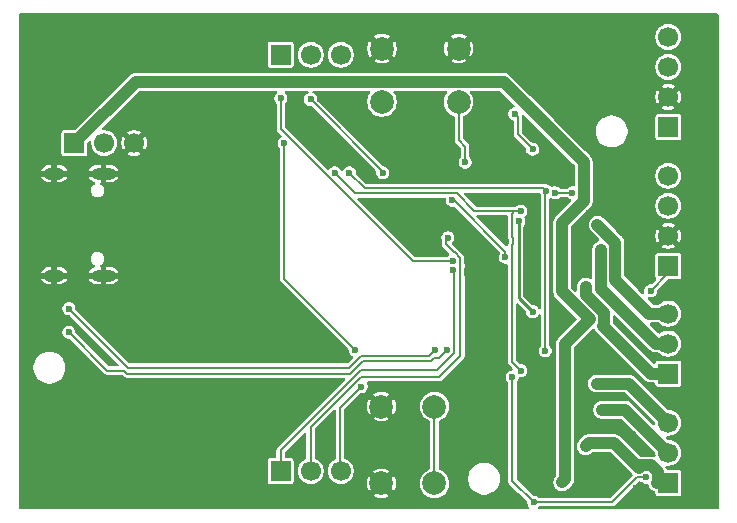
<source format=gbr>
%TF.GenerationSoftware,KiCad,Pcbnew,9.0.3*%
%TF.CreationDate,2025-08-10T23:59:10-04:00*%
%TF.ProjectId,Hydra_Driver_Shield,48796472-615f-4447-9269-7665725f5368,rev?*%
%TF.SameCoordinates,Original*%
%TF.FileFunction,Copper,L2,Bot*%
%TF.FilePolarity,Positive*%
%FSLAX46Y46*%
G04 Gerber Fmt 4.6, Leading zero omitted, Abs format (unit mm)*
G04 Created by KiCad (PCBNEW 9.0.3) date 2025-08-10 23:59:10*
%MOMM*%
%LPD*%
G01*
G04 APERTURE LIST*
%TA.AperFunction,ComponentPad*%
%ADD10O,2.100000X1.000000*%
%TD*%
%TA.AperFunction,ComponentPad*%
%ADD11O,1.800000X1.000000*%
%TD*%
%TA.AperFunction,ComponentPad*%
%ADD12C,2.000000*%
%TD*%
%TA.AperFunction,ComponentPad*%
%ADD13R,1.700000X1.700000*%
%TD*%
%TA.AperFunction,ComponentPad*%
%ADD14C,1.700000*%
%TD*%
%TA.AperFunction,ViaPad*%
%ADD15C,0.600000*%
%TD*%
%TA.AperFunction,ViaPad*%
%ADD16C,0.800000*%
%TD*%
%TA.AperFunction,Conductor*%
%ADD17C,0.200000*%
%TD*%
%TA.AperFunction,Conductor*%
%ADD18C,0.250000*%
%TD*%
%TA.AperFunction,Conductor*%
%ADD19C,1.000000*%
%TD*%
G04 APERTURE END LIST*
D10*
%TO.P,J1,SH1,SHELL_GND*%
%TO.N,GND*%
X7180000Y-13570000D03*
%TO.P,J1,SH2,SHELL_GND__1*%
X7180000Y-22210000D03*
D11*
%TO.P,J1,SH3,SHELL_GND__2*%
X3000000Y-13570000D03*
%TO.P,J1,SH4,SHELL_GND__3*%
X3000000Y-22210000D03*
%TD*%
D12*
%TO.P,SW2,1,A*%
%TO.N,GND*%
X30700000Y-39800000D03*
X30700000Y-33300000D03*
%TO.P,SW2,2,B*%
%TO.N,/CHIP_PU*%
X35200000Y-39800000D03*
X35200000Y-33300000D03*
%TD*%
%TO.P,SW1,1,A*%
%TO.N,GND*%
X30750000Y-3000000D03*
X37250000Y-3000000D03*
%TO.P,SW1,2,B*%
%TO.N,/GPIO0*%
X30750000Y-7500000D03*
X37250000Y-7500000D03*
%TD*%
D13*
%TO.P,J6,1,Pin_1*%
%TO.N,/MOSI*%
X22170000Y-3500000D03*
D14*
%TO.P,J6,2,Pin_2*%
%TO.N,/CLK*%
X24710000Y-3500000D03*
%TO.P,J6,3,Pin_3*%
%TO.N,/CS*%
X27250000Y-3500000D03*
%TD*%
D13*
%TO.P,J7,1,Pin_1*%
%TO.N,+3.3V*%
X55000000Y-21370000D03*
D14*
%TO.P,J7,2,Pin_2*%
%TO.N,GND*%
X55000000Y-18830000D03*
%TO.P,J7,3,Pin_3*%
%TO.N,/SDA1*%
X55000000Y-16290000D03*
%TO.P,J7,4,Pin_4*%
%TO.N,/SCL1*%
X55000000Y-13750000D03*
%TD*%
D13*
%TO.P,J4,1,Pin_1*%
%TO.N,/OUT1A*%
X55000000Y-39750000D03*
D14*
%TO.P,J4,2,Pin_2*%
%TO.N,/OUT2A*%
X55000000Y-37210000D03*
%TO.P,J4,3,Pin_3*%
%TO.N,/OUT3A*%
X55000000Y-34670000D03*
%TD*%
D13*
%TO.P,J2,1,Pin_1*%
%TO.N,/MISO*%
X22170000Y-38750000D03*
D14*
%TO.P,J2,2,Pin_2*%
%TO.N,/CLK*%
X24710000Y-38750000D03*
%TO.P,J2,3,Pin_3*%
%TO.N,/CS*%
X27250000Y-38750000D03*
%TD*%
D13*
%TO.P,J8,1,Pin_1*%
%TO.N,/OUT1B*%
X55000000Y-30500000D03*
D14*
%TO.P,J8,2,Pin_2*%
%TO.N,/OUT2B*%
X55000000Y-27960000D03*
%TO.P,J8,3,Pin_3*%
%TO.N,/OUT3B*%
X55000000Y-25420000D03*
%TD*%
D13*
%TO.P,J5,1,Pin_1*%
%TO.N,VMOT*%
X4710000Y-11000000D03*
D14*
%TO.P,J5,2,Pin_2*%
%TO.N,+5V*%
X7250000Y-11000000D03*
%TO.P,J5,3,Pin_3*%
%TO.N,GND*%
X9790000Y-11000000D03*
%TD*%
D13*
%TO.P,J3,1,Pin_1*%
%TO.N,+3.3V*%
X55000000Y-9620000D03*
D14*
%TO.P,J3,2,Pin_2*%
%TO.N,GND*%
X55000000Y-7080000D03*
%TO.P,J3,3,Pin_3*%
%TO.N,/SDA2*%
X55000000Y-4540000D03*
%TO.P,J3,4,Pin_4*%
%TO.N,/SCL2*%
X55000000Y-2000000D03*
%TD*%
D15*
%TO.N,GND*%
X51987893Y-35612107D03*
X47400000Y-7800000D03*
X41200735Y-8091215D03*
X41500000Y-1000000D03*
X11002000Y-17626033D03*
X45500000Y-12250000D03*
X49250000Y-37400000D03*
X51600000Y-16200000D03*
X5114013Y-23100000D03*
X38600000Y-35800000D03*
X52150015Y-21670545D03*
X50200000Y-13600000D03*
X51000000Y-15000000D03*
X52200000Y-36400000D03*
X44370000Y-1070000D03*
X11000000Y-26000000D03*
X43968191Y-24500000D03*
X8800000Y-21400000D03*
X15000000Y-12000000D03*
X52250000Y-40210000D03*
X6600000Y-30400000D03*
X40802000Y-32402527D03*
X16000000Y-39500000D03*
X43783564Y-37800402D03*
X19754866Y-23500000D03*
X48250000Y-16900000D03*
X5000000Y-28800000D03*
X52200000Y-22600000D03*
X14750000Y-27750000D03*
X47400000Y-5800000D03*
X41242521Y-19291477D03*
X15250000Y-20250000D03*
X8800000Y-14400000D03*
X10200000Y-20400000D03*
X54000000Y-26420000D03*
X51792893Y-30207107D03*
X19836148Y-16750000D03*
X53184864Y-22764682D03*
X24250000Y-31500000D03*
X48500000Y-30150000D03*
X51600000Y-1200000D03*
X45500000Y-25500000D03*
%TO.N,+3.3V*%
X43600000Y-41400000D03*
X41985345Y-8521037D03*
X46852456Y-15190000D03*
X43500000Y-25250000D03*
X41800000Y-30800000D03*
X53117893Y-39282107D03*
X45407697Y-15187720D03*
X43500000Y-11500000D03*
X53500000Y-23500000D03*
X42350000Y-17599998D03*
D16*
%TO.N,VMOT*%
X48355727Y-25904617D03*
X47500000Y-12250000D03*
X46250000Y-28000000D03*
X46000000Y-39699000D03*
D15*
%TO.N,/GPIO0*%
X37800000Y-12600000D03*
D16*
%TO.N,/OUT3A*%
X48932087Y-31354478D03*
D15*
%TO.N,/RESET*%
X28000000Y-13500000D03*
X44624265Y-15025735D03*
X44568191Y-28590786D03*
D16*
%TO.N,/OUT2A*%
X49390000Y-33568332D03*
%TO.N,/OUT1A*%
X48000000Y-36650000D03*
D15*
%TO.N,/SLEEP*%
X26750000Y-13500000D03*
X42500000Y-16750000D03*
X42500000Y-30250000D03*
D16*
%TO.N,/OUT1B*%
X48000000Y-23150000D03*
%TO.N,/OUT2B*%
X49314654Y-20014605D03*
%TO.N,/OUT3B*%
X49000000Y-17900000D03*
D15*
%TO.N,/MISO*%
X36750000Y-21750000D03*
%TO.N,/D+*%
X4250000Y-27000000D03*
X36250000Y-28500000D03*
%TO.N,/MOSI*%
X22200000Y-7200000D03*
X36748963Y-20949443D03*
%TO.N,/CS*%
X28500000Y-28500000D03*
X22481471Y-11000000D03*
X29000000Y-31600000D03*
%TO.N,/D-*%
X4250000Y-25000000D03*
X35250000Y-28500000D03*
%TO.N,/CLK*%
X30837405Y-13497749D03*
X36334483Y-18994827D03*
X24705000Y-7295000D03*
%TO.N,/EN3B*%
X41204000Y-20650000D03*
X36698439Y-15826482D03*
%TD*%
D17*
%TO.N,+3.3V*%
X42250000Y-10250000D02*
X43500000Y-11500000D01*
X46817456Y-15225000D02*
X45444977Y-15225000D01*
X43600000Y-41400000D02*
X41800000Y-39600000D01*
X41985345Y-8521037D02*
X42250000Y-8785692D01*
X43600000Y-41400000D02*
X50210057Y-41400000D01*
X50210057Y-41400000D02*
X52327950Y-39282107D01*
X41800000Y-39600000D02*
X41800000Y-30800000D01*
D18*
X43500000Y-25250000D02*
X42350000Y-24100000D01*
D17*
X45444977Y-15225000D02*
X45407697Y-15187720D01*
X55000000Y-21370000D02*
X55000000Y-22000000D01*
D18*
X42350000Y-24100000D02*
X42350000Y-17599998D01*
D17*
X46852456Y-15190000D02*
X46817456Y-15225000D01*
X55000000Y-22000000D02*
X53500000Y-23500000D01*
X42250000Y-8785692D02*
X42250000Y-10250000D01*
X52327950Y-39282107D02*
X53117893Y-39282107D01*
D19*
%TO.N,VMOT*%
X47853456Y-15880916D02*
X46000000Y-17734372D01*
X46250000Y-39449000D02*
X46000000Y-39699000D01*
X47500000Y-12250000D02*
X47853456Y-12603456D01*
X9911000Y-5799000D02*
X41049000Y-5799000D01*
X48355727Y-25904617D02*
X48345383Y-25904617D01*
X46000000Y-17734372D02*
X46000000Y-23548890D01*
X46250000Y-28000000D02*
X46250000Y-39449000D01*
X4710000Y-11000000D02*
X9911000Y-5799000D01*
X41049000Y-5799000D02*
X47500000Y-12250000D01*
X46000000Y-23548890D02*
X48355727Y-25904617D01*
X48345383Y-25904617D02*
X46250000Y-28000000D01*
X47853456Y-12603456D02*
X47853456Y-15880916D01*
D17*
%TO.N,/GPIO0*%
X37800000Y-12600000D02*
X37800000Y-11300000D01*
X37250000Y-10750000D02*
X37250000Y-7500000D01*
X37800000Y-11300000D02*
X37250000Y-10750000D01*
%TO.N,/CHIP_PU*%
X35200000Y-33300000D02*
X35200000Y-39800000D01*
D19*
%TO.N,/OUT3A*%
X55000000Y-34670000D02*
X51684478Y-31354478D01*
X51684478Y-31354478D02*
X48932087Y-31354478D01*
D17*
%TO.N,/RESET*%
X44568191Y-15081809D02*
X44568191Y-28590786D01*
X28000000Y-13500000D02*
X29324482Y-14824482D01*
X44423012Y-14824482D02*
X44624265Y-15025735D01*
X29324482Y-14824482D02*
X44423012Y-14824482D01*
X44624265Y-15025735D02*
X44568191Y-15081809D01*
D19*
%TO.N,/OUT2A*%
X55000000Y-37210000D02*
X51358332Y-33568332D01*
X51358332Y-33568332D02*
X49390000Y-33568332D01*
%TO.N,/OUT1A*%
X53532521Y-38281107D02*
X52703265Y-38281107D01*
X48251000Y-36399000D02*
X48000000Y-36650000D01*
X54118893Y-38867479D02*
X53532521Y-38281107D01*
X54118893Y-39696735D02*
X54118893Y-38867479D01*
X50399000Y-36399000D02*
X48251000Y-36399000D01*
X52703265Y-38281107D02*
X52503265Y-38481107D01*
X52481107Y-38481107D02*
X50399000Y-36399000D01*
X54065628Y-39750000D02*
X54118893Y-39696735D01*
X55000000Y-39750000D02*
X54065628Y-39750000D01*
X52503265Y-38481107D02*
X52481107Y-38481107D01*
D17*
%TO.N,/SLEEP*%
X36449496Y-15225482D02*
X36424978Y-15250000D01*
X36971900Y-15250000D02*
X36947382Y-15225482D01*
X28500000Y-15250000D02*
X26750000Y-13500000D01*
X42500000Y-16750000D02*
X41973457Y-16750000D01*
X41750000Y-20346057D02*
X41805000Y-20401057D01*
X36424978Y-15250000D02*
X28500000Y-15250000D01*
X41750000Y-20953943D02*
X41750000Y-29500000D01*
X41750000Y-16973457D02*
X41750000Y-18949013D01*
X41750000Y-18949013D02*
X41843521Y-19042534D01*
X41750000Y-19633941D02*
X41750000Y-20346057D01*
X41750000Y-29500000D02*
X42500000Y-30250000D01*
X42500000Y-16750000D02*
X42473457Y-16723457D01*
X41973457Y-16750000D02*
X41750000Y-16973457D01*
X41843521Y-19540420D02*
X41750000Y-19633941D01*
X41805000Y-20898943D02*
X41750000Y-20953943D01*
X42473457Y-16723457D02*
X38573400Y-16723457D01*
X41805000Y-20401057D02*
X41805000Y-20898943D01*
X38573400Y-16723457D02*
X37099943Y-15250000D01*
X37099943Y-15250000D02*
X36971900Y-15250000D01*
X41843521Y-19042534D02*
X41843521Y-19540420D01*
X36947382Y-15225482D02*
X36449496Y-15225482D01*
D19*
%TO.N,/OUT1B*%
X49556726Y-26402088D02*
X49479407Y-26479407D01*
X49479407Y-26479407D02*
X53500000Y-30500000D01*
X48000000Y-23850420D02*
X49556726Y-25407146D01*
X49556726Y-25407146D02*
X49556726Y-26402088D01*
X53500000Y-30500000D02*
X55000000Y-30500000D01*
X48000000Y-23150000D02*
X48000000Y-23850420D01*
%TO.N,/OUT2B*%
X49314654Y-23314654D02*
X49314654Y-20014605D01*
X55000000Y-27960000D02*
X53960000Y-27960000D01*
X53960000Y-27960000D02*
X49314654Y-23314654D01*
%TO.N,/OUT3B*%
X55000000Y-25420000D02*
X53384098Y-25420000D01*
X50515654Y-19415654D02*
X49000000Y-17900000D01*
X53384098Y-25420000D02*
X50515654Y-22551556D01*
X50515654Y-22551556D02*
X50515654Y-19415654D01*
D17*
%TO.N,/MISO*%
X28982957Y-30200000D02*
X35399000Y-30200000D01*
X22170000Y-38750000D02*
X22170000Y-37012957D01*
X35399000Y-30200000D02*
X36851000Y-28748000D01*
X22170000Y-37012957D02*
X28982957Y-30200000D01*
X36851000Y-21851000D02*
X36750000Y-21750000D01*
X36851000Y-28748000D02*
X36851000Y-21851000D01*
%TO.N,/D+*%
X36250000Y-28500000D02*
X35550000Y-29200000D01*
X8932900Y-30250000D02*
X7500000Y-30250000D01*
X9182900Y-30500000D02*
X8932900Y-30250000D01*
X35550000Y-29200000D02*
X35117100Y-29200000D01*
X35117100Y-29200000D02*
X34917100Y-29400000D01*
X7500000Y-30250000D02*
X4250000Y-27000000D01*
X28025800Y-30500000D02*
X9182900Y-30500000D01*
X34917100Y-29400000D02*
X29125800Y-29400000D01*
X29125800Y-29400000D02*
X28025800Y-30500000D01*
%TO.N,/MOSI*%
X36748963Y-20949443D02*
X33349500Y-20949443D01*
X22200000Y-9799943D02*
X22200000Y-7200000D01*
X33349500Y-20949443D02*
X22200000Y-9799943D01*
%TO.N,/CS*%
X27200000Y-33400000D02*
X29000000Y-31600000D01*
X22481471Y-22481471D02*
X28500000Y-28500000D01*
X22481471Y-11000000D02*
X22481471Y-22481471D01*
X27250000Y-38750000D02*
X27200000Y-38700000D01*
X27200000Y-38700000D02*
X27200000Y-33400000D01*
%TO.N,/D-*%
X27958700Y-30000000D02*
X9250000Y-30000000D01*
X34750000Y-29000000D02*
X28958700Y-29000000D01*
X9250000Y-30000000D02*
X4250000Y-25000000D01*
X35250000Y-28500000D02*
X34750000Y-29000000D01*
X28958700Y-29000000D02*
X27958700Y-30000000D01*
%TO.N,/CLK*%
X37400000Y-21248423D02*
X37349963Y-21198386D01*
X36147963Y-19547963D02*
X36147963Y-19181347D01*
X30837405Y-13427405D02*
X24705000Y-7295000D01*
X30837405Y-13497749D02*
X30837405Y-13427405D01*
X37400000Y-29000000D02*
X37400000Y-22298000D01*
X24710000Y-35040057D02*
X28950057Y-30800000D01*
X24710000Y-38750000D02*
X24710000Y-35040057D01*
X37349963Y-21198386D02*
X37349963Y-20700500D01*
X37351000Y-21501057D02*
X37400000Y-21452057D01*
X37400000Y-21452057D02*
X37400000Y-21248423D01*
X35600000Y-30800000D02*
X37400000Y-29000000D01*
X36900463Y-20251000D02*
X36851000Y-20251000D01*
X24705000Y-7295000D02*
X24660000Y-7250000D01*
X37351000Y-22249000D02*
X37351000Y-21501057D01*
X28950057Y-30800000D02*
X35600000Y-30800000D01*
X36147963Y-19181347D02*
X36334483Y-18994827D01*
X37349963Y-20700500D02*
X36900463Y-20251000D01*
X37400000Y-22298000D02*
X37351000Y-22249000D01*
X36851000Y-20251000D02*
X36147963Y-19547963D01*
%TO.N,/EN3B*%
X36826482Y-15826482D02*
X41204000Y-20204000D01*
X41204000Y-20204000D02*
X41204000Y-20650000D01*
X36698439Y-15826482D02*
X36826482Y-15826482D01*
%TD*%
%TA.AperFunction,Conductor*%
%TO.N,GND*%
G36*
X59192539Y-20185D02*
G01*
X59238294Y-72989D01*
X59249500Y-124500D01*
X59249500Y-41875500D01*
X59229815Y-41942539D01*
X59177011Y-41988294D01*
X59125500Y-41999500D01*
X44078386Y-41999500D01*
X44057140Y-41993261D01*
X44035052Y-41991682D01*
X44024268Y-41983609D01*
X44011347Y-41979815D01*
X43996847Y-41963081D01*
X43979119Y-41949810D01*
X43974411Y-41937189D01*
X43965592Y-41927011D01*
X43962440Y-41905093D01*
X43954702Y-41884346D01*
X43957564Y-41871185D01*
X43955648Y-41857853D01*
X43964847Y-41837709D01*
X43969554Y-41816073D01*
X43982822Y-41798347D01*
X43984673Y-41794297D01*
X43990705Y-41787819D01*
X43991705Y-41786819D01*
X44053028Y-41753334D01*
X44079386Y-41750500D01*
X50256199Y-41750500D01*
X50256201Y-41750500D01*
X50345345Y-41726614D01*
X50355969Y-41720480D01*
X50425269Y-41680470D01*
X52436813Y-39668926D01*
X52463740Y-39654222D01*
X52489559Y-39637630D01*
X52495759Y-39636738D01*
X52498136Y-39635441D01*
X52524494Y-39632607D01*
X52638507Y-39632607D01*
X52705546Y-39652292D01*
X52726188Y-39668926D01*
X52779878Y-39722616D01*
X52779879Y-39722617D01*
X52779881Y-39722618D01*
X52905404Y-39795089D01*
X52905405Y-39795089D01*
X52905408Y-39795091D01*
X53045418Y-39832607D01*
X53045421Y-39832607D01*
X53190367Y-39832607D01*
X53190368Y-39832607D01*
X53190368Y-39832606D01*
X53198425Y-39831546D01*
X53198901Y-39835165D01*
X53251897Y-39836191D01*
X53309933Y-39875095D01*
X53336284Y-39930277D01*
X53343968Y-39968908D01*
X53343971Y-39968917D01*
X53400542Y-40105492D01*
X53429946Y-40149498D01*
X53429947Y-40149501D01*
X53482674Y-40228414D01*
X53482675Y-40228415D01*
X53482676Y-40228416D01*
X53587212Y-40332952D01*
X53660898Y-40382186D01*
X53710133Y-40415084D01*
X53826863Y-40463435D01*
X53830636Y-40465308D01*
X53853308Y-40486276D01*
X53877356Y-40505655D01*
X53878732Y-40509790D01*
X53881931Y-40512749D01*
X53889666Y-40542642D01*
X53899421Y-40571949D01*
X53899500Y-40576376D01*
X53899500Y-40624678D01*
X53914032Y-40697735D01*
X53914033Y-40697739D01*
X53914034Y-40697740D01*
X53969399Y-40780601D01*
X54043054Y-40829815D01*
X54052260Y-40835966D01*
X54052264Y-40835967D01*
X54125321Y-40850499D01*
X54125324Y-40850500D01*
X54125326Y-40850500D01*
X55874676Y-40850500D01*
X55874677Y-40850499D01*
X55947740Y-40835966D01*
X56030601Y-40780601D01*
X56085966Y-40697740D01*
X56100500Y-40624674D01*
X56100500Y-38875326D01*
X56100500Y-38875323D01*
X56100499Y-38875321D01*
X56085967Y-38802264D01*
X56085966Y-38802260D01*
X56055270Y-38756320D01*
X56030601Y-38719399D01*
X55947740Y-38664034D01*
X55947739Y-38664033D01*
X55947735Y-38664032D01*
X55874677Y-38649500D01*
X55874674Y-38649500D01*
X54923792Y-38649500D01*
X54907559Y-38644733D01*
X54890643Y-38644987D01*
X54874729Y-38635093D01*
X54856753Y-38629815D01*
X54845302Y-38616798D01*
X54831306Y-38608097D01*
X54815475Y-38582893D01*
X54811782Y-38578695D01*
X54810432Y-38575853D01*
X54783977Y-38511984D01*
X54770573Y-38491923D01*
X54766689Y-38483745D01*
X54762564Y-38457818D01*
X54754719Y-38432762D01*
X54757161Y-38423859D01*
X54755711Y-38414743D01*
X54766257Y-38390701D01*
X54773204Y-38365382D01*
X54780071Y-38359213D01*
X54783780Y-38350760D01*
X54805652Y-38336235D01*
X54825184Y-38318692D01*
X54834295Y-38317215D01*
X54841986Y-38312109D01*
X54868238Y-38311715D01*
X54894154Y-38307517D01*
X54897994Y-38308061D01*
X54913389Y-38310500D01*
X54913396Y-38310500D01*
X55086610Y-38310500D01*
X55086611Y-38310500D01*
X55257701Y-38283402D01*
X55422445Y-38229873D01*
X55576788Y-38151232D01*
X55716928Y-38049414D01*
X55839414Y-37926928D01*
X55941232Y-37786788D01*
X56019873Y-37632445D01*
X56073402Y-37467701D01*
X56100500Y-37296611D01*
X56100500Y-37123389D01*
X56073402Y-36952299D01*
X56019873Y-36787555D01*
X55941232Y-36633212D01*
X55839414Y-36493072D01*
X55716928Y-36370586D01*
X55576788Y-36268768D01*
X55422445Y-36190127D01*
X55257701Y-36136598D01*
X55257699Y-36136597D01*
X55257698Y-36136597D01*
X55126271Y-36115781D01*
X55086611Y-36109500D01*
X55086610Y-36109500D01*
X55012229Y-36109500D01*
X54982788Y-36100855D01*
X54952802Y-36094332D01*
X54947786Y-36090577D01*
X54945190Y-36089815D01*
X54924548Y-36073181D01*
X54833548Y-35982181D01*
X54800063Y-35920858D01*
X54805047Y-35851166D01*
X54846919Y-35795233D01*
X54912383Y-35770816D01*
X54921229Y-35770500D01*
X55086610Y-35770500D01*
X55086611Y-35770500D01*
X55257701Y-35743402D01*
X55422445Y-35689873D01*
X55576788Y-35611232D01*
X55716928Y-35509414D01*
X55839414Y-35386928D01*
X55941232Y-35246788D01*
X56019873Y-35092445D01*
X56073402Y-34927701D01*
X56100500Y-34756611D01*
X56100500Y-34583389D01*
X56073402Y-34412299D01*
X56019873Y-34247555D01*
X55941232Y-34093212D01*
X55839414Y-33953072D01*
X55716928Y-33830586D01*
X55576788Y-33728768D01*
X55422445Y-33650127D01*
X55257701Y-33596598D01*
X55257699Y-33596597D01*
X55257698Y-33596597D01*
X55117769Y-33574435D01*
X55086611Y-33569500D01*
X55086610Y-33569500D01*
X55012229Y-33569500D01*
X54945190Y-33549815D01*
X54924548Y-33533181D01*
X53544701Y-32153334D01*
X52162894Y-30771526D01*
X52078612Y-30715212D01*
X52078610Y-30715211D01*
X52078610Y-30715210D01*
X52039970Y-30689392D01*
X52039968Y-30689391D01*
X51903395Y-30632821D01*
X51903385Y-30632818D01*
X51758398Y-30603978D01*
X51758396Y-30603978D01*
X48858169Y-30603978D01*
X48858167Y-30603978D01*
X48713179Y-30632818D01*
X48713169Y-30632821D01*
X48576598Y-30689390D01*
X48576585Y-30689397D01*
X48453671Y-30771526D01*
X48453667Y-30771529D01*
X48349138Y-30876058D01*
X48349135Y-30876062D01*
X48267006Y-30998976D01*
X48266999Y-30998989D01*
X48210430Y-31135560D01*
X48210427Y-31135570D01*
X48181587Y-31280557D01*
X48181587Y-31280560D01*
X48181587Y-31428396D01*
X48181587Y-31428398D01*
X48181586Y-31428398D01*
X48210427Y-31573385D01*
X48210430Y-31573395D01*
X48266999Y-31709966D01*
X48267006Y-31709979D01*
X48349135Y-31832893D01*
X48349138Y-31832897D01*
X48453667Y-31937426D01*
X48453671Y-31937429D01*
X48576585Y-32019558D01*
X48576598Y-32019565D01*
X48713169Y-32076134D01*
X48713174Y-32076136D01*
X48713178Y-32076136D01*
X48713179Y-32076137D01*
X48858166Y-32104978D01*
X48858169Y-32104978D01*
X51322248Y-32104978D01*
X51389287Y-32124663D01*
X51409929Y-32141297D01*
X53863181Y-34594548D01*
X53877884Y-34621475D01*
X53894477Y-34647294D01*
X53895368Y-34653494D01*
X53896666Y-34655871D01*
X53899500Y-34682229D01*
X53899500Y-34748770D01*
X53879815Y-34815809D01*
X53827011Y-34861564D01*
X53757853Y-34871508D01*
X53694297Y-34842483D01*
X53687819Y-34836451D01*
X51836753Y-32985384D01*
X51836746Y-32985378D01*
X51763061Y-32936144D01*
X51763061Y-32936145D01*
X51713823Y-32903245D01*
X51577249Y-32846675D01*
X51577239Y-32846672D01*
X51432252Y-32817832D01*
X51432250Y-32817832D01*
X49316082Y-32817832D01*
X49316080Y-32817832D01*
X49171092Y-32846672D01*
X49171082Y-32846675D01*
X49034511Y-32903244D01*
X49034498Y-32903251D01*
X48911584Y-32985380D01*
X48911580Y-32985383D01*
X48807051Y-33089912D01*
X48807048Y-33089916D01*
X48724919Y-33212830D01*
X48724912Y-33212843D01*
X48668343Y-33349414D01*
X48668340Y-33349424D01*
X48639500Y-33494411D01*
X48639500Y-33494414D01*
X48639500Y-33642250D01*
X48639500Y-33642252D01*
X48639499Y-33642252D01*
X48668340Y-33787239D01*
X48668343Y-33787249D01*
X48724912Y-33923820D01*
X48724919Y-33923833D01*
X48807048Y-34046747D01*
X48807051Y-34046751D01*
X48911580Y-34151280D01*
X48911584Y-34151283D01*
X49034498Y-34233412D01*
X49034511Y-34233419D01*
X49171082Y-34289988D01*
X49171087Y-34289990D01*
X49171091Y-34289990D01*
X49171092Y-34289991D01*
X49316079Y-34318832D01*
X49316082Y-34318832D01*
X50996102Y-34318832D01*
X51063141Y-34338517D01*
X51083783Y-34355151D01*
X53863181Y-37134548D01*
X53875080Y-37156340D01*
X53890486Y-37175816D01*
X53893119Y-37189376D01*
X53896666Y-37195871D01*
X53898905Y-37210091D01*
X53899500Y-37216140D01*
X53899500Y-37296611D01*
X53920383Y-37428465D01*
X53920742Y-37432108D01*
X53914880Y-37462991D01*
X53910855Y-37494142D01*
X53908419Y-37497035D01*
X53907714Y-37500753D01*
X53886094Y-37523556D01*
X53865859Y-37547594D01*
X53862243Y-37548711D01*
X53859642Y-37551456D01*
X53829128Y-37558950D01*
X53799107Y-37568233D01*
X53794740Y-37567396D01*
X53791789Y-37568122D01*
X53783270Y-37565200D01*
X53757546Y-37560275D01*
X53757261Y-37561217D01*
X53751428Y-37559447D01*
X53606441Y-37530607D01*
X53606439Y-37530607D01*
X52643337Y-37530607D01*
X52576298Y-37510922D01*
X52555656Y-37494288D01*
X50877421Y-35816052D01*
X50877414Y-35816046D01*
X50803729Y-35766812D01*
X50803729Y-35766813D01*
X50754491Y-35733913D01*
X50617917Y-35677343D01*
X50617907Y-35677340D01*
X50472920Y-35648500D01*
X50472918Y-35648500D01*
X48177082Y-35648500D01*
X48177076Y-35648500D01*
X48148242Y-35654234D01*
X48148243Y-35654235D01*
X48032092Y-35677339D01*
X48032086Y-35677341D01*
X48006107Y-35688102D01*
X48006095Y-35688107D01*
X48001834Y-35689873D01*
X47895505Y-35733916D01*
X47840753Y-35770500D01*
X47834470Y-35774697D01*
X47834466Y-35774700D01*
X47772582Y-35816049D01*
X47772579Y-35816052D01*
X47417052Y-36171578D01*
X47417052Y-36171579D01*
X47417049Y-36171582D01*
X47417048Y-36171584D01*
X47404658Y-36190128D01*
X47334918Y-36294502D01*
X47334914Y-36294509D01*
X47278342Y-36431087D01*
X47278340Y-36431093D01*
X47249500Y-36576080D01*
X47249500Y-36576083D01*
X47249500Y-36723917D01*
X47249500Y-36723919D01*
X47249499Y-36723919D01*
X47278340Y-36868906D01*
X47278342Y-36868912D01*
X47334916Y-37005494D01*
X47417048Y-37128416D01*
X47417052Y-37128420D01*
X47417052Y-37128421D01*
X47521578Y-37232947D01*
X47521581Y-37232949D01*
X47521584Y-37232952D01*
X47644506Y-37315084D01*
X47781088Y-37371658D01*
X47781092Y-37371658D01*
X47781093Y-37371659D01*
X47926080Y-37400500D01*
X47926083Y-37400500D01*
X48073919Y-37400500D01*
X48171461Y-37381096D01*
X48218912Y-37371658D01*
X48355494Y-37315084D01*
X48478416Y-37232952D01*
X48525548Y-37185820D01*
X48586871Y-37152334D01*
X48613230Y-37149500D01*
X50036770Y-37149500D01*
X50103809Y-37169185D01*
X50124451Y-37185819D01*
X51938822Y-39000190D01*
X51972307Y-39061513D01*
X51967323Y-39131205D01*
X51938822Y-39175552D01*
X50101194Y-41013181D01*
X50039871Y-41046666D01*
X50013513Y-41049500D01*
X44079386Y-41049500D01*
X44012347Y-41029815D01*
X43991705Y-41013181D01*
X43938017Y-40959493D01*
X43938011Y-40959488D01*
X43812488Y-40887017D01*
X43812489Y-40887017D01*
X43801006Y-40883940D01*
X43672475Y-40849500D01*
X43672472Y-40849500D01*
X43596543Y-40849500D01*
X43529504Y-40829815D01*
X43508862Y-40813181D01*
X42186819Y-39491137D01*
X42153334Y-39429814D01*
X42150500Y-39403456D01*
X42150500Y-31279386D01*
X42170185Y-31212347D01*
X42186819Y-31191705D01*
X42213444Y-31165080D01*
X42240509Y-31138015D01*
X42312984Y-31012485D01*
X42345159Y-30892404D01*
X42381524Y-30832746D01*
X42444372Y-30802217D01*
X42464934Y-30800500D01*
X42572472Y-30800500D01*
X42572475Y-30800500D01*
X42712485Y-30762984D01*
X42838015Y-30690509D01*
X42940509Y-30588015D01*
X43012984Y-30462485D01*
X43050500Y-30322475D01*
X43050500Y-30177525D01*
X43012984Y-30037515D01*
X42940509Y-29911985D01*
X42838015Y-29809491D01*
X42838013Y-29809490D01*
X42838011Y-29809488D01*
X42712488Y-29737017D01*
X42712489Y-29737017D01*
X42701006Y-29733940D01*
X42572475Y-29699500D01*
X42572472Y-29699500D01*
X42496544Y-29699500D01*
X42429505Y-29679815D01*
X42408863Y-29663181D01*
X42136819Y-29391137D01*
X42103334Y-29329814D01*
X42100500Y-29303456D01*
X42100500Y-24680899D01*
X42120185Y-24613860D01*
X42172989Y-24568105D01*
X42242147Y-24558161D01*
X42305703Y-24587186D01*
X42312181Y-24593218D01*
X42913181Y-25194218D01*
X42946666Y-25255541D01*
X42949500Y-25281899D01*
X42949500Y-25322475D01*
X42981128Y-25440511D01*
X42987017Y-25462488D01*
X43059488Y-25588011D01*
X43059490Y-25588013D01*
X43059491Y-25588015D01*
X43161985Y-25690509D01*
X43161986Y-25690510D01*
X43161988Y-25690511D01*
X43287511Y-25762982D01*
X43287512Y-25762982D01*
X43287515Y-25762984D01*
X43427525Y-25800500D01*
X43427528Y-25800500D01*
X43572472Y-25800500D01*
X43572475Y-25800500D01*
X43712485Y-25762984D01*
X43838015Y-25690509D01*
X43940509Y-25588015D01*
X43986304Y-25508696D01*
X44036871Y-25460480D01*
X44105478Y-25447258D01*
X44170343Y-25473226D01*
X44210871Y-25530140D01*
X44217691Y-25570696D01*
X44217691Y-28111400D01*
X44198006Y-28178439D01*
X44181372Y-28199081D01*
X44127684Y-28252768D01*
X44127679Y-28252774D01*
X44055208Y-28378297D01*
X44055207Y-28378301D01*
X44017691Y-28518311D01*
X44017691Y-28663261D01*
X44040081Y-28746819D01*
X44055208Y-28803274D01*
X44127679Y-28928797D01*
X44127681Y-28928799D01*
X44127682Y-28928801D01*
X44230176Y-29031295D01*
X44230177Y-29031296D01*
X44230179Y-29031297D01*
X44355702Y-29103768D01*
X44355703Y-29103768D01*
X44355706Y-29103770D01*
X44495716Y-29141286D01*
X44495719Y-29141286D01*
X44640663Y-29141286D01*
X44640666Y-29141286D01*
X44780676Y-29103770D01*
X44906206Y-29031295D01*
X45008700Y-28928801D01*
X45081175Y-28803271D01*
X45118691Y-28663261D01*
X45118691Y-28518311D01*
X45081175Y-28378301D01*
X45042242Y-28310868D01*
X45008702Y-28252774D01*
X45008697Y-28252768D01*
X44955010Y-28199081D01*
X44921525Y-28137758D01*
X44918691Y-28111400D01*
X44918691Y-15755828D01*
X44938376Y-15688789D01*
X44991180Y-15643034D01*
X45060338Y-15633090D01*
X45104687Y-15648439D01*
X45195212Y-15700704D01*
X45335222Y-15738220D01*
X45335225Y-15738220D01*
X45480169Y-15738220D01*
X45480172Y-15738220D01*
X45620182Y-15700704D01*
X45745712Y-15628229D01*
X45762122Y-15611819D01*
X45823445Y-15578334D01*
X45849803Y-15575500D01*
X46408070Y-15575500D01*
X46475109Y-15595185D01*
X46495751Y-15611819D01*
X46514441Y-15630509D01*
X46514442Y-15630510D01*
X46514444Y-15630511D01*
X46639967Y-15702982D01*
X46639968Y-15702982D01*
X46639971Y-15702984D01*
X46692818Y-15717144D01*
X46752476Y-15753507D01*
X46783006Y-15816354D01*
X46774712Y-15885730D01*
X46748404Y-15924599D01*
X45417045Y-17255958D01*
X45381025Y-17309870D01*
X45381023Y-17309873D01*
X45334919Y-17378871D01*
X45334912Y-17378883D01*
X45278343Y-17515454D01*
X45278340Y-17515464D01*
X45249500Y-17660451D01*
X45249500Y-17660454D01*
X45249500Y-23622808D01*
X45249500Y-23622810D01*
X45249499Y-23622810D01*
X45278340Y-23767797D01*
X45278343Y-23767807D01*
X45330242Y-23893101D01*
X45334916Y-23904385D01*
X45344988Y-23919459D01*
X45359052Y-23940508D01*
X45417049Y-24027308D01*
X45417052Y-24027311D01*
X47201505Y-25811763D01*
X47234990Y-25873086D01*
X47230006Y-25942778D01*
X47201505Y-25987125D01*
X45667049Y-27521581D01*
X45627881Y-27580200D01*
X45627882Y-27580201D01*
X45584914Y-27644508D01*
X45528343Y-27781082D01*
X45528340Y-27781092D01*
X45499500Y-27926079D01*
X45499500Y-39086769D01*
X45479815Y-39153808D01*
X45463181Y-39174450D01*
X45417052Y-39220578D01*
X45417052Y-39220579D01*
X45417049Y-39220582D01*
X45417048Y-39220584D01*
X45376400Y-39281418D01*
X45334918Y-39343502D01*
X45334914Y-39343509D01*
X45278342Y-39480087D01*
X45278340Y-39480093D01*
X45249500Y-39625080D01*
X45249500Y-39625083D01*
X45249500Y-39772917D01*
X45249500Y-39772919D01*
X45249499Y-39772919D01*
X45278340Y-39917906D01*
X45278342Y-39917912D01*
X45334916Y-40054494D01*
X45417048Y-40177416D01*
X45417052Y-40177420D01*
X45417052Y-40177421D01*
X45521578Y-40281947D01*
X45521581Y-40281949D01*
X45521584Y-40281952D01*
X45644506Y-40364084D01*
X45781088Y-40420658D01*
X45781092Y-40420658D01*
X45781093Y-40420659D01*
X45926080Y-40449500D01*
X45926083Y-40449500D01*
X46073919Y-40449500D01*
X46171461Y-40430096D01*
X46218912Y-40420658D01*
X46355494Y-40364084D01*
X46478416Y-40281952D01*
X46832951Y-39927416D01*
X46915084Y-39804495D01*
X46916946Y-39800001D01*
X46929426Y-39769871D01*
X46971658Y-39667913D01*
X46987273Y-39589414D01*
X47000500Y-39522920D01*
X47000500Y-28362229D01*
X47020185Y-28295190D01*
X47036814Y-28274553D01*
X48584143Y-26727223D01*
X48645466Y-26693739D01*
X48715158Y-26698723D01*
X48771091Y-26740595D01*
X48786384Y-26767450D01*
X48814323Y-26834901D01*
X48896455Y-26957823D01*
X48896458Y-26957826D01*
X48896459Y-26957827D01*
X48896459Y-26957828D01*
X52917049Y-30978416D01*
X52994336Y-31055703D01*
X53021585Y-31082952D01*
X53144498Y-31165080D01*
X53144511Y-31165087D01*
X53258608Y-31212347D01*
X53281087Y-31221658D01*
X53281091Y-31221658D01*
X53281092Y-31221659D01*
X53426079Y-31250500D01*
X53426082Y-31250500D01*
X53775500Y-31250500D01*
X53842539Y-31270185D01*
X53888294Y-31322989D01*
X53898233Y-31368679D01*
X53898903Y-31368614D01*
X53899468Y-31374354D01*
X53899500Y-31374500D01*
X53899500Y-31374678D01*
X53914032Y-31447735D01*
X53914033Y-31447739D01*
X53914034Y-31447740D01*
X53969399Y-31530601D01*
X54033431Y-31573385D01*
X54052260Y-31585966D01*
X54052264Y-31585967D01*
X54125321Y-31600499D01*
X54125324Y-31600500D01*
X54125326Y-31600500D01*
X55874676Y-31600500D01*
X55874677Y-31600499D01*
X55947740Y-31585966D01*
X56030601Y-31530601D01*
X56085966Y-31447740D01*
X56100500Y-31374674D01*
X56100500Y-29625326D01*
X56100500Y-29625323D01*
X56100499Y-29625321D01*
X56085967Y-29552264D01*
X56085966Y-29552260D01*
X56081879Y-29546143D01*
X56030601Y-29469399D01*
X55947740Y-29414034D01*
X55947739Y-29414033D01*
X55947735Y-29414032D01*
X55874677Y-29399500D01*
X55874674Y-29399500D01*
X54125326Y-29399500D01*
X54125323Y-29399500D01*
X54052264Y-29414032D01*
X54052260Y-29414033D01*
X53969399Y-29469399D01*
X53914033Y-29552260D01*
X53914032Y-29552263D01*
X53909451Y-29575296D01*
X53877066Y-29637207D01*
X53816350Y-29671781D01*
X53746580Y-29668040D01*
X53700153Y-29638785D01*
X50343545Y-26282177D01*
X50310060Y-26220854D01*
X50307226Y-26194496D01*
X50307226Y-25667955D01*
X50326911Y-25600916D01*
X50379715Y-25555161D01*
X50448873Y-25545217D01*
X50512429Y-25574242D01*
X50518907Y-25580274D01*
X53481580Y-28542948D01*
X53481584Y-28542951D01*
X53604498Y-28625080D01*
X53604511Y-28625087D01*
X53741082Y-28681656D01*
X53741087Y-28681658D01*
X53741091Y-28681658D01*
X53741092Y-28681659D01*
X53886079Y-28710500D01*
X53886082Y-28710500D01*
X54033917Y-28710500D01*
X54142796Y-28710500D01*
X54209835Y-28730185D01*
X54230477Y-28746819D01*
X54283072Y-28799414D01*
X54423212Y-28901232D01*
X54577555Y-28979873D01*
X54742299Y-29033402D01*
X54913389Y-29060500D01*
X54913390Y-29060500D01*
X55086610Y-29060500D01*
X55086611Y-29060500D01*
X55257701Y-29033402D01*
X55422445Y-28979873D01*
X55576788Y-28901232D01*
X55716928Y-28799414D01*
X55839414Y-28676928D01*
X55941232Y-28536788D01*
X56019873Y-28382445D01*
X56073402Y-28217701D01*
X56100500Y-28046611D01*
X56100500Y-27873389D01*
X56073402Y-27702299D01*
X56019873Y-27537555D01*
X55941232Y-27383212D01*
X55839414Y-27243072D01*
X55716928Y-27120586D01*
X55576788Y-27018768D01*
X55546736Y-27003456D01*
X55422447Y-26940128D01*
X55422446Y-26940127D01*
X55422445Y-26940127D01*
X55257701Y-26886598D01*
X55257699Y-26886597D01*
X55257698Y-26886597D01*
X55126271Y-26865781D01*
X55086611Y-26859500D01*
X54913389Y-26859500D01*
X54873728Y-26865781D01*
X54742302Y-26886597D01*
X54577552Y-26940128D01*
X54423207Y-27018770D01*
X54310183Y-27100887D01*
X54244377Y-27124367D01*
X54176323Y-27108541D01*
X54149617Y-27088250D01*
X53443548Y-26382181D01*
X53410063Y-26320858D01*
X53415047Y-26251166D01*
X53456919Y-26195233D01*
X53522383Y-26170816D01*
X53531229Y-26170500D01*
X54142796Y-26170500D01*
X54209835Y-26190185D01*
X54230477Y-26206819D01*
X54283072Y-26259414D01*
X54423212Y-26361232D01*
X54577555Y-26439873D01*
X54742299Y-26493402D01*
X54913389Y-26520500D01*
X54913390Y-26520500D01*
X55086610Y-26520500D01*
X55086611Y-26520500D01*
X55257701Y-26493402D01*
X55422445Y-26439873D01*
X55576788Y-26361232D01*
X55716928Y-26259414D01*
X55839414Y-26136928D01*
X55941232Y-25996788D01*
X56019873Y-25842445D01*
X56073402Y-25677701D01*
X56100500Y-25506611D01*
X56100500Y-25333389D01*
X56073402Y-25162299D01*
X56019873Y-24997555D01*
X55941232Y-24843212D01*
X55839414Y-24703072D01*
X55716928Y-24580586D01*
X55576788Y-24478768D01*
X55422445Y-24400127D01*
X55257701Y-24346598D01*
X55257699Y-24346597D01*
X55257698Y-24346597D01*
X55126271Y-24325781D01*
X55086611Y-24319500D01*
X54913389Y-24319500D01*
X54873728Y-24325781D01*
X54742302Y-24346597D01*
X54577552Y-24400128D01*
X54423211Y-24478768D01*
X54343256Y-24536859D01*
X54283072Y-24580586D01*
X54283070Y-24580588D01*
X54283069Y-24580588D01*
X54230477Y-24633181D01*
X54169154Y-24666666D01*
X54142796Y-24669500D01*
X53746327Y-24669500D01*
X53679288Y-24649815D01*
X53658646Y-24633181D01*
X53274515Y-24249049D01*
X53241030Y-24187726D01*
X53246014Y-24118034D01*
X53287886Y-24062101D01*
X53353350Y-24037684D01*
X53394285Y-24041593D01*
X53427525Y-24050500D01*
X53427527Y-24050500D01*
X53572472Y-24050500D01*
X53572475Y-24050500D01*
X53712485Y-24012984D01*
X53838015Y-23940509D01*
X53940509Y-23838015D01*
X54012984Y-23712485D01*
X54050500Y-23572475D01*
X54050500Y-23496543D01*
X54070185Y-23429504D01*
X54086819Y-23408862D01*
X54988862Y-22506819D01*
X55050185Y-22473334D01*
X55076543Y-22470500D01*
X55874676Y-22470500D01*
X55874677Y-22470499D01*
X55947740Y-22455966D01*
X56030601Y-22400601D01*
X56085966Y-22317740D01*
X56100500Y-22244674D01*
X56100500Y-20495326D01*
X56100500Y-20495323D01*
X56100499Y-20495321D01*
X56085967Y-20422264D01*
X56085966Y-20422260D01*
X56066019Y-20392407D01*
X56030601Y-20339399D01*
X55947740Y-20284034D01*
X55947739Y-20284033D01*
X55947735Y-20284032D01*
X55874677Y-20269500D01*
X55874674Y-20269500D01*
X54125326Y-20269500D01*
X54125323Y-20269500D01*
X54052264Y-20284032D01*
X54052260Y-20284033D01*
X53969399Y-20339399D01*
X53914033Y-20422260D01*
X53914032Y-20422264D01*
X53899500Y-20495321D01*
X53899500Y-22244678D01*
X53914032Y-22317735D01*
X53914035Y-22317743D01*
X53966662Y-22396505D01*
X53987540Y-22463182D01*
X53969055Y-22530562D01*
X53951241Y-22553076D01*
X53591137Y-22913181D01*
X53529814Y-22946666D01*
X53503456Y-22949500D01*
X53427525Y-22949500D01*
X53298993Y-22983940D01*
X53287511Y-22987017D01*
X53161988Y-23059488D01*
X53161982Y-23059493D01*
X53059493Y-23161982D01*
X53059488Y-23161988D01*
X52987017Y-23287511D01*
X52987016Y-23287515D01*
X52949500Y-23427525D01*
X52949500Y-23427527D01*
X52949500Y-23572476D01*
X52958405Y-23605711D01*
X52956741Y-23675561D01*
X52917578Y-23733423D01*
X52853349Y-23760926D01*
X52784447Y-23749339D01*
X52750949Y-23725484D01*
X52470646Y-23445181D01*
X51302473Y-22277007D01*
X51268988Y-22215684D01*
X51266154Y-22189326D01*
X51266154Y-19341733D01*
X51237313Y-19196746D01*
X51237312Y-19196745D01*
X51237312Y-19196741D01*
X51231791Y-19183411D01*
X51180741Y-19060165D01*
X51180734Y-19060152D01*
X51098606Y-18937239D01*
X51057193Y-18895826D01*
X50994070Y-18832703D01*
X50904795Y-18743428D01*
X53900000Y-18743428D01*
X53900000Y-18916571D01*
X53927085Y-19087584D01*
X53980592Y-19252259D01*
X54059196Y-19406525D01*
X54063709Y-19412736D01*
X54063709Y-19412737D01*
X54517037Y-18959409D01*
X54534075Y-19022993D01*
X54599901Y-19137007D01*
X54692993Y-19230099D01*
X54807007Y-19295925D01*
X54870589Y-19312962D01*
X54417261Y-19766289D01*
X54417262Y-19766290D01*
X54423471Y-19770801D01*
X54577742Y-19849408D01*
X54742415Y-19902914D01*
X54913429Y-19930000D01*
X55086571Y-19930000D01*
X55257584Y-19902914D01*
X55422257Y-19849408D01*
X55576525Y-19770803D01*
X55582736Y-19766289D01*
X55582737Y-19766289D01*
X55129410Y-19312962D01*
X55192993Y-19295925D01*
X55307007Y-19230099D01*
X55400099Y-19137007D01*
X55465925Y-19022993D01*
X55482962Y-18959409D01*
X55936289Y-19412736D01*
X55940803Y-19406525D01*
X56019408Y-19252257D01*
X56072914Y-19087584D01*
X56100000Y-18916571D01*
X56100000Y-18743428D01*
X56072914Y-18572415D01*
X56019408Y-18407742D01*
X55940801Y-18253471D01*
X55936290Y-18247262D01*
X55936289Y-18247261D01*
X55482962Y-18700589D01*
X55465925Y-18637007D01*
X55400099Y-18522993D01*
X55307007Y-18429901D01*
X55192993Y-18364075D01*
X55129409Y-18347037D01*
X55582737Y-17893709D01*
X55576525Y-17889196D01*
X55422259Y-17810592D01*
X55257584Y-17757085D01*
X55086571Y-17730000D01*
X54913429Y-17730000D01*
X54742415Y-17757085D01*
X54577740Y-17810592D01*
X54423480Y-17889193D01*
X54423463Y-17889203D01*
X54417261Y-17893708D01*
X54417261Y-17893709D01*
X54870590Y-18347037D01*
X54807007Y-18364075D01*
X54692993Y-18429901D01*
X54599901Y-18522993D01*
X54534075Y-18637007D01*
X54517037Y-18700590D01*
X54063709Y-18247261D01*
X54063708Y-18247261D01*
X54059203Y-18253463D01*
X54059193Y-18253480D01*
X53980592Y-18407740D01*
X53927085Y-18572415D01*
X53900000Y-18743428D01*
X50904795Y-18743428D01*
X50591268Y-18429901D01*
X50190015Y-18028647D01*
X49478421Y-17317052D01*
X49478417Y-17317049D01*
X49478416Y-17317048D01*
X49355494Y-17234916D01*
X49355492Y-17234915D01*
X49355490Y-17234914D01*
X49218912Y-17178342D01*
X49218906Y-17178340D01*
X49073919Y-17149500D01*
X49073917Y-17149500D01*
X48926083Y-17149500D01*
X48926081Y-17149500D01*
X48781093Y-17178340D01*
X48781087Y-17178342D01*
X48644509Y-17234914D01*
X48644502Y-17234918D01*
X48605035Y-17261289D01*
X48521584Y-17317048D01*
X48521582Y-17317049D01*
X48521579Y-17317052D01*
X48521578Y-17317052D01*
X48417052Y-17421578D01*
X48417052Y-17421579D01*
X48417049Y-17421582D01*
X48417048Y-17421584D01*
X48376400Y-17482418D01*
X48334918Y-17544502D01*
X48334914Y-17544509D01*
X48278342Y-17681087D01*
X48278340Y-17681093D01*
X48249500Y-17826080D01*
X48249500Y-17826083D01*
X48249500Y-17973917D01*
X48249500Y-17973919D01*
X48249499Y-17973919D01*
X48278340Y-18118906D01*
X48278342Y-18118912D01*
X48334081Y-18253480D01*
X48334916Y-18255494D01*
X48417048Y-18378416D01*
X48417051Y-18378419D01*
X48417052Y-18378420D01*
X48417052Y-18378421D01*
X49131280Y-19092647D01*
X49164765Y-19153970D01*
X49159781Y-19223661D01*
X49117910Y-19279595D01*
X49091052Y-19294889D01*
X48959161Y-19349519D01*
X48959152Y-19349524D01*
X48836238Y-19431653D01*
X48836234Y-19431656D01*
X48731705Y-19536185D01*
X48731702Y-19536189D01*
X48649573Y-19659103D01*
X48649566Y-19659116D01*
X48592997Y-19795687D01*
X48592994Y-19795697D01*
X48564154Y-19940684D01*
X48564154Y-22392349D01*
X48544469Y-22459388D01*
X48491665Y-22505143D01*
X48422507Y-22515087D01*
X48371264Y-22495452D01*
X48355499Y-22484918D01*
X48355488Y-22484912D01*
X48218917Y-22428343D01*
X48218907Y-22428340D01*
X48073920Y-22399500D01*
X48073918Y-22399500D01*
X47926082Y-22399500D01*
X47926080Y-22399500D01*
X47781092Y-22428340D01*
X47781082Y-22428343D01*
X47644511Y-22484912D01*
X47644498Y-22484919D01*
X47521584Y-22567048D01*
X47521580Y-22567051D01*
X47417051Y-22671580D01*
X47417048Y-22671584D01*
X47334919Y-22794498D01*
X47334912Y-22794511D01*
X47278343Y-22931082D01*
X47278340Y-22931092D01*
X47249500Y-23076079D01*
X47249500Y-23437660D01*
X47229815Y-23504699D01*
X47177011Y-23550454D01*
X47107853Y-23560398D01*
X47044297Y-23531373D01*
X47037819Y-23525341D01*
X46786819Y-23274341D01*
X46753334Y-23213018D01*
X46750500Y-23186660D01*
X46750500Y-18096601D01*
X46770185Y-18029562D01*
X46786819Y-18008920D01*
X48436406Y-16359333D01*
X48436408Y-16359331D01*
X48498107Y-16266991D01*
X48518540Y-16236411D01*
X48532218Y-16203389D01*
X53899500Y-16203389D01*
X53899500Y-16376610D01*
X53924984Y-16537515D01*
X53926598Y-16547701D01*
X53980127Y-16712445D01*
X54058768Y-16866788D01*
X54160586Y-17006928D01*
X54283072Y-17129414D01*
X54423212Y-17231232D01*
X54577555Y-17309873D01*
X54742299Y-17363402D01*
X54913389Y-17390500D01*
X54913390Y-17390500D01*
X55086610Y-17390500D01*
X55086611Y-17390500D01*
X55257701Y-17363402D01*
X55422445Y-17309873D01*
X55576788Y-17231232D01*
X55716928Y-17129414D01*
X55839414Y-17006928D01*
X55941232Y-16866788D01*
X56019873Y-16712445D01*
X56073402Y-16547701D01*
X56100500Y-16376611D01*
X56100500Y-16203389D01*
X56073402Y-16032299D01*
X56019873Y-15867555D01*
X55941232Y-15713212D01*
X55839414Y-15573072D01*
X55716928Y-15450586D01*
X55576788Y-15348768D01*
X55422445Y-15270127D01*
X55257701Y-15216598D01*
X55257699Y-15216597D01*
X55257698Y-15216597D01*
X55119234Y-15194667D01*
X55086611Y-15189500D01*
X54913389Y-15189500D01*
X54880766Y-15194667D01*
X54742302Y-15216597D01*
X54577552Y-15270128D01*
X54423211Y-15348768D01*
X54371054Y-15386663D01*
X54283072Y-15450586D01*
X54283070Y-15450588D01*
X54283069Y-15450588D01*
X54160588Y-15573069D01*
X54160588Y-15573070D01*
X54160586Y-15573072D01*
X54140429Y-15600816D01*
X54058768Y-15713211D01*
X53980128Y-15867552D01*
X53926597Y-16032302D01*
X53899500Y-16203389D01*
X48532218Y-16203389D01*
X48555476Y-16147239D01*
X48555594Y-16146956D01*
X48575113Y-16099832D01*
X48575115Y-16099828D01*
X48603956Y-15954833D01*
X48603956Y-15806998D01*
X48603956Y-13663389D01*
X53899500Y-13663389D01*
X53899500Y-13836610D01*
X53915599Y-13938260D01*
X53926598Y-14007701D01*
X53980127Y-14172445D01*
X54058768Y-14326788D01*
X54160586Y-14466928D01*
X54283072Y-14589414D01*
X54423212Y-14691232D01*
X54577555Y-14769873D01*
X54742299Y-14823402D01*
X54913389Y-14850500D01*
X54913390Y-14850500D01*
X55086610Y-14850500D01*
X55086611Y-14850500D01*
X55257701Y-14823402D01*
X55422445Y-14769873D01*
X55576788Y-14691232D01*
X55716928Y-14589414D01*
X55839414Y-14466928D01*
X55941232Y-14326788D01*
X56019873Y-14172445D01*
X56073402Y-14007701D01*
X56100500Y-13836611D01*
X56100500Y-13663389D01*
X56073402Y-13492299D01*
X56019873Y-13327555D01*
X55941232Y-13173212D01*
X55839414Y-13033072D01*
X55716928Y-12910586D01*
X55576788Y-12808768D01*
X55422445Y-12730127D01*
X55257701Y-12676598D01*
X55257699Y-12676597D01*
X55257698Y-12676597D01*
X55126271Y-12655781D01*
X55086611Y-12649500D01*
X54913389Y-12649500D01*
X54873728Y-12655781D01*
X54742302Y-12676597D01*
X54577552Y-12730128D01*
X54423211Y-12808768D01*
X54343256Y-12866859D01*
X54283072Y-12910586D01*
X54283070Y-12910588D01*
X54283069Y-12910588D01*
X54160588Y-13033069D01*
X54160588Y-13033070D01*
X54160586Y-13033072D01*
X54141390Y-13059493D01*
X54058768Y-13173211D01*
X53980128Y-13327552D01*
X53926597Y-13492302D01*
X53899500Y-13663389D01*
X48603956Y-13663389D01*
X48603956Y-12529538D01*
X48603956Y-12529535D01*
X48575115Y-12384548D01*
X48575114Y-12384547D01*
X48575114Y-12384543D01*
X48575112Y-12384538D01*
X48518543Y-12247967D01*
X48518536Y-12247954D01*
X48436408Y-12125041D01*
X48384281Y-12072914D01*
X48331872Y-12020505D01*
X47978416Y-11667048D01*
X46205081Y-9893713D01*
X48849500Y-9893713D01*
X48849500Y-10106287D01*
X48859534Y-10169644D01*
X48879570Y-10296144D01*
X48882754Y-10316243D01*
X48947299Y-10514892D01*
X48948444Y-10518414D01*
X49044951Y-10707820D01*
X49169890Y-10879786D01*
X49320213Y-11030109D01*
X49492179Y-11155048D01*
X49492181Y-11155049D01*
X49492184Y-11155051D01*
X49681588Y-11251557D01*
X49883757Y-11317246D01*
X50093713Y-11350500D01*
X50093714Y-11350500D01*
X50306286Y-11350500D01*
X50306287Y-11350500D01*
X50516243Y-11317246D01*
X50718412Y-11251557D01*
X50907816Y-11155051D01*
X50946710Y-11126793D01*
X51079786Y-11030109D01*
X51079788Y-11030106D01*
X51079792Y-11030104D01*
X51230104Y-10879792D01*
X51230106Y-10879788D01*
X51230109Y-10879786D01*
X51355048Y-10707820D01*
X51355047Y-10707820D01*
X51355051Y-10707816D01*
X51451557Y-10518412D01*
X51517246Y-10316243D01*
X51550500Y-10106287D01*
X51550500Y-9893713D01*
X51517246Y-9683757D01*
X51451557Y-9481588D01*
X51355051Y-9292184D01*
X51355049Y-9292181D01*
X51355048Y-9292179D01*
X51230109Y-9120213D01*
X51079786Y-8969890D01*
X50907820Y-8844951D01*
X50718414Y-8748444D01*
X50718413Y-8748443D01*
X50718412Y-8748443D01*
X50708804Y-8745321D01*
X53899500Y-8745321D01*
X53899500Y-10494678D01*
X53914032Y-10567735D01*
X53914033Y-10567739D01*
X53920717Y-10577742D01*
X53969399Y-10650601D01*
X54052260Y-10705966D01*
X54052264Y-10705967D01*
X54125321Y-10720499D01*
X54125324Y-10720500D01*
X54125326Y-10720500D01*
X55874676Y-10720500D01*
X55874677Y-10720499D01*
X55947740Y-10705966D01*
X56030601Y-10650601D01*
X56085966Y-10567740D01*
X56100500Y-10494674D01*
X56100500Y-8745326D01*
X56100500Y-8745323D01*
X56100499Y-8745321D01*
X56085967Y-8672264D01*
X56085966Y-8672260D01*
X56083848Y-8669090D01*
X56030601Y-8589399D01*
X55947740Y-8534034D01*
X55947739Y-8534033D01*
X55947735Y-8534032D01*
X55874677Y-8519500D01*
X55874674Y-8519500D01*
X54125326Y-8519500D01*
X54125323Y-8519500D01*
X54052264Y-8534032D01*
X54052260Y-8534033D01*
X53969399Y-8589399D01*
X53914033Y-8672260D01*
X53914032Y-8672264D01*
X53899500Y-8745321D01*
X50708804Y-8745321D01*
X50516243Y-8682754D01*
X50516241Y-8682753D01*
X50516240Y-8682753D01*
X50354957Y-8657208D01*
X50306287Y-8649500D01*
X50093713Y-8649500D01*
X50045042Y-8657208D01*
X49883760Y-8682753D01*
X49883757Y-8682754D01*
X49691197Y-8745321D01*
X49681585Y-8748444D01*
X49492179Y-8844951D01*
X49320213Y-8969890D01*
X49169890Y-9120213D01*
X49044951Y-9292179D01*
X48948444Y-9481585D01*
X48882753Y-9683760D01*
X48857043Y-9846087D01*
X48849500Y-9893713D01*
X46205081Y-9893713D01*
X45345387Y-9034019D01*
X44368080Y-8056711D01*
X43304797Y-6993428D01*
X53900000Y-6993428D01*
X53900000Y-7166571D01*
X53927085Y-7337584D01*
X53980592Y-7502259D01*
X54059196Y-7656525D01*
X54063709Y-7662736D01*
X54063709Y-7662737D01*
X54517037Y-7209409D01*
X54534075Y-7272993D01*
X54599901Y-7387007D01*
X54692993Y-7480099D01*
X54807007Y-7545925D01*
X54870589Y-7562962D01*
X54417261Y-8016289D01*
X54417262Y-8016290D01*
X54423471Y-8020801D01*
X54577742Y-8099408D01*
X54742415Y-8152914D01*
X54913429Y-8180000D01*
X55086571Y-8180000D01*
X55257584Y-8152914D01*
X55422257Y-8099408D01*
X55576525Y-8020803D01*
X55582736Y-8016289D01*
X55582737Y-8016289D01*
X55129410Y-7562962D01*
X55192993Y-7545925D01*
X55307007Y-7480099D01*
X55400099Y-7387007D01*
X55465925Y-7272993D01*
X55482962Y-7209409D01*
X55936289Y-7662736D01*
X55940803Y-7656525D01*
X56019408Y-7502257D01*
X56072914Y-7337584D01*
X56100000Y-7166571D01*
X56100000Y-6993428D01*
X56072914Y-6822415D01*
X56019408Y-6657742D01*
X55940801Y-6503471D01*
X55936290Y-6497262D01*
X55936289Y-6497261D01*
X55482962Y-6950589D01*
X55465925Y-6887007D01*
X55400099Y-6772993D01*
X55307007Y-6679901D01*
X55192993Y-6614075D01*
X55129409Y-6597037D01*
X55582737Y-6143709D01*
X55576525Y-6139196D01*
X55422259Y-6060592D01*
X55257584Y-6007085D01*
X55086571Y-5980000D01*
X54913429Y-5980000D01*
X54742415Y-6007085D01*
X54577740Y-6060592D01*
X54423480Y-6139193D01*
X54423463Y-6139203D01*
X54417261Y-6143708D01*
X54417261Y-6143709D01*
X54870590Y-6597037D01*
X54807007Y-6614075D01*
X54692993Y-6679901D01*
X54599901Y-6772993D01*
X54534075Y-6887007D01*
X54517037Y-6950590D01*
X54063709Y-6497261D01*
X54063708Y-6497261D01*
X54059203Y-6503463D01*
X54059193Y-6503480D01*
X53980592Y-6657740D01*
X53927085Y-6822415D01*
X53900000Y-6993428D01*
X43304797Y-6993428D01*
X41527421Y-5216052D01*
X41527414Y-5216046D01*
X41453729Y-5166812D01*
X41453729Y-5166813D01*
X41404491Y-5133913D01*
X41267917Y-5077343D01*
X41267907Y-5077340D01*
X41122920Y-5048500D01*
X41122918Y-5048500D01*
X9837082Y-5048500D01*
X9837076Y-5048500D01*
X9808242Y-5054234D01*
X9808243Y-5054235D01*
X9692093Y-5077339D01*
X9692083Y-5077342D01*
X9612081Y-5110479D01*
X9612082Y-5110480D01*
X9555502Y-5133917D01*
X9506269Y-5166813D01*
X9432588Y-5216044D01*
X9432580Y-5216050D01*
X4785451Y-9863181D01*
X4724128Y-9896666D01*
X4697770Y-9899500D01*
X3835323Y-9899500D01*
X3762264Y-9914032D01*
X3762260Y-9914033D01*
X3679399Y-9969399D01*
X3624033Y-10052260D01*
X3624032Y-10052264D01*
X3609500Y-10125321D01*
X3609500Y-11874678D01*
X3624032Y-11947735D01*
X3624033Y-11947739D01*
X3624034Y-11947740D01*
X3679399Y-12030601D01*
X3762260Y-12085966D01*
X3762264Y-12085967D01*
X3835321Y-12100499D01*
X3835324Y-12100500D01*
X3835326Y-12100500D01*
X5584676Y-12100500D01*
X5584677Y-12100499D01*
X5657740Y-12085966D01*
X5740601Y-12030601D01*
X5795966Y-11947740D01*
X5810500Y-11874674D01*
X5810500Y-11012229D01*
X5819144Y-10982788D01*
X5825668Y-10952802D01*
X5829422Y-10947786D01*
X5830185Y-10945190D01*
X5846815Y-10924552D01*
X5937820Y-10833547D01*
X5999142Y-10800063D01*
X6068834Y-10805047D01*
X6124767Y-10846919D01*
X6149184Y-10912383D01*
X6149500Y-10921229D01*
X6149500Y-11086610D01*
X6175624Y-11251555D01*
X6176598Y-11257701D01*
X6230127Y-11422445D01*
X6308768Y-11576788D01*
X6410586Y-11716928D01*
X6533072Y-11839414D01*
X6673212Y-11941232D01*
X6827555Y-12019873D01*
X6992299Y-12073402D01*
X7163389Y-12100500D01*
X7163390Y-12100500D01*
X7336610Y-12100500D01*
X7336611Y-12100500D01*
X7507701Y-12073402D01*
X7672445Y-12019873D01*
X7826788Y-11941232D01*
X7966928Y-11839414D01*
X8089414Y-11716928D01*
X8191232Y-11576788D01*
X8269873Y-11422445D01*
X8323402Y-11257701D01*
X8350500Y-11086611D01*
X8350500Y-10913428D01*
X8690000Y-10913428D01*
X8690000Y-11086571D01*
X8717085Y-11257584D01*
X8770592Y-11422259D01*
X8849196Y-11576525D01*
X8853709Y-11582736D01*
X8853709Y-11582737D01*
X9307037Y-11129409D01*
X9324075Y-11192993D01*
X9389901Y-11307007D01*
X9482993Y-11400099D01*
X9597007Y-11465925D01*
X9660589Y-11482962D01*
X9207261Y-11936289D01*
X9207262Y-11936290D01*
X9213471Y-11940801D01*
X9367742Y-12019408D01*
X9532415Y-12072914D01*
X9703429Y-12100000D01*
X9876571Y-12100000D01*
X10047584Y-12072914D01*
X10212257Y-12019408D01*
X10366525Y-11940803D01*
X10372736Y-11936289D01*
X10372737Y-11936289D01*
X9919410Y-11482962D01*
X9982993Y-11465925D01*
X10097007Y-11400099D01*
X10190099Y-11307007D01*
X10255925Y-11192993D01*
X10272962Y-11129410D01*
X10726289Y-11582737D01*
X10726289Y-11582736D01*
X10730803Y-11576525D01*
X10809408Y-11422257D01*
X10862914Y-11257584D01*
X10890000Y-11086571D01*
X10890000Y-10913428D01*
X10862914Y-10742415D01*
X10809408Y-10577742D01*
X10730801Y-10423471D01*
X10726290Y-10417262D01*
X10726289Y-10417261D01*
X10272962Y-10870589D01*
X10255925Y-10807007D01*
X10190099Y-10692993D01*
X10097007Y-10599901D01*
X9982993Y-10534075D01*
X9919409Y-10517037D01*
X10372737Y-10063709D01*
X10366525Y-10059196D01*
X10212259Y-9980592D01*
X10047584Y-9927085D01*
X9876571Y-9900000D01*
X9703429Y-9900000D01*
X9532415Y-9927085D01*
X9367740Y-9980592D01*
X9213480Y-10059193D01*
X9213463Y-10059203D01*
X9207261Y-10063708D01*
X9207261Y-10063709D01*
X9660590Y-10517037D01*
X9597007Y-10534075D01*
X9482993Y-10599901D01*
X9389901Y-10692993D01*
X9324075Y-10807007D01*
X9307037Y-10870590D01*
X8853709Y-10417261D01*
X8853708Y-10417261D01*
X8849203Y-10423463D01*
X8849193Y-10423480D01*
X8770592Y-10577740D01*
X8717085Y-10742415D01*
X8690000Y-10913428D01*
X8350500Y-10913428D01*
X8350500Y-10913389D01*
X8323402Y-10742299D01*
X8269873Y-10577555D01*
X8191232Y-10423212D01*
X8089414Y-10283072D01*
X7966928Y-10160586D01*
X7826788Y-10058768D01*
X7672445Y-9980127D01*
X7507701Y-9926598D01*
X7507699Y-9926597D01*
X7507698Y-9926597D01*
X7376271Y-9905781D01*
X7336611Y-9899500D01*
X7171229Y-9899500D01*
X7104190Y-9879815D01*
X7058435Y-9827011D01*
X7048491Y-9757853D01*
X7077516Y-9694297D01*
X7083548Y-9687819D01*
X8588343Y-8183025D01*
X10185549Y-6585819D01*
X10246872Y-6552334D01*
X10273230Y-6549500D01*
X21772614Y-6549500D01*
X21839653Y-6569185D01*
X21885408Y-6621989D01*
X21895352Y-6691147D01*
X21866327Y-6754703D01*
X21860295Y-6761181D01*
X21759493Y-6861982D01*
X21759488Y-6861988D01*
X21687017Y-6987511D01*
X21687016Y-6987515D01*
X21649500Y-7127525D01*
X21649500Y-7272475D01*
X21679956Y-7386137D01*
X21687017Y-7412488D01*
X21759488Y-7538011D01*
X21759493Y-7538017D01*
X21813181Y-7591705D01*
X21846666Y-7653028D01*
X21849500Y-7679386D01*
X21849500Y-9846088D01*
X21870211Y-9923384D01*
X21873385Y-9935229D01*
X21873387Y-9935234D01*
X21919527Y-10015151D01*
X21919531Y-10015156D01*
X22232319Y-10327944D01*
X22265804Y-10389267D01*
X22260820Y-10458959D01*
X22218948Y-10514892D01*
X22206639Y-10523012D01*
X22143456Y-10559491D01*
X22143453Y-10559493D01*
X22040964Y-10661982D01*
X22040959Y-10661988D01*
X21968488Y-10787511D01*
X21968487Y-10787515D01*
X21930971Y-10927525D01*
X21930971Y-11072475D01*
X21963264Y-11192993D01*
X21968488Y-11212488D01*
X22040959Y-11338011D01*
X22040964Y-11338017D01*
X22094652Y-11391705D01*
X22128137Y-11453028D01*
X22130971Y-11479386D01*
X22130971Y-22527615D01*
X22141538Y-22567049D01*
X22154857Y-22616758D01*
X22154858Y-22616761D01*
X22200998Y-22696679D01*
X22201000Y-22696682D01*
X22201001Y-22696683D01*
X25075014Y-25570696D01*
X27913181Y-28408862D01*
X27946666Y-28470185D01*
X27949500Y-28496543D01*
X27949500Y-28572475D01*
X27979050Y-28682754D01*
X27987017Y-28712488D01*
X28059488Y-28838011D01*
X28059490Y-28838013D01*
X28059491Y-28838015D01*
X28161985Y-28940509D01*
X28242192Y-28986817D01*
X28250598Y-28991670D01*
X28298813Y-29042238D01*
X28312035Y-29110845D01*
X28286067Y-29175709D01*
X28276278Y-29186738D01*
X27849837Y-29613181D01*
X27788514Y-29646666D01*
X27762156Y-29649500D01*
X9446544Y-29649500D01*
X9379505Y-29629815D01*
X9358863Y-29613181D01*
X4836819Y-25091137D01*
X4803334Y-25029814D01*
X4800500Y-25003456D01*
X4800500Y-24927527D01*
X4800500Y-24927525D01*
X4762984Y-24787515D01*
X4733828Y-24737016D01*
X4690511Y-24661988D01*
X4690506Y-24661982D01*
X4588017Y-24559493D01*
X4588011Y-24559488D01*
X4462488Y-24487017D01*
X4462489Y-24487017D01*
X4431703Y-24478768D01*
X4322475Y-24449500D01*
X4177525Y-24449500D01*
X4068297Y-24478768D01*
X4037511Y-24487017D01*
X3911988Y-24559488D01*
X3911982Y-24559493D01*
X3809493Y-24661982D01*
X3809488Y-24661988D01*
X3737017Y-24787511D01*
X3737016Y-24787515D01*
X3699500Y-24927525D01*
X3699500Y-25072475D01*
X3737016Y-25212485D01*
X3737017Y-25212488D01*
X3809488Y-25338011D01*
X3809490Y-25338013D01*
X3809491Y-25338015D01*
X3911985Y-25440509D01*
X3911986Y-25440510D01*
X3911988Y-25440511D01*
X4037511Y-25512982D01*
X4037512Y-25512982D01*
X4037515Y-25512984D01*
X4177525Y-25550500D01*
X4253456Y-25550500D01*
X4320495Y-25570185D01*
X4341137Y-25586819D01*
X8442137Y-29687819D01*
X8475622Y-29749142D01*
X8470638Y-29818834D01*
X8428766Y-29874767D01*
X8363302Y-29899184D01*
X8354456Y-29899500D01*
X7696544Y-29899500D01*
X7629505Y-29879815D01*
X7608863Y-29863181D01*
X4836819Y-27091137D01*
X4803334Y-27029814D01*
X4800500Y-27003456D01*
X4800500Y-26927527D01*
X4800500Y-26927525D01*
X4762984Y-26787515D01*
X4708842Y-26693739D01*
X4690511Y-26661988D01*
X4690506Y-26661982D01*
X4588017Y-26559493D01*
X4588011Y-26559488D01*
X4462488Y-26487017D01*
X4462489Y-26487017D01*
X4451006Y-26483940D01*
X4322475Y-26449500D01*
X4177525Y-26449500D01*
X4048993Y-26483940D01*
X4037511Y-26487017D01*
X3911988Y-26559488D01*
X3911982Y-26559493D01*
X3809493Y-26661982D01*
X3809488Y-26661988D01*
X3737017Y-26787511D01*
X3737016Y-26787515D01*
X3699500Y-26927525D01*
X3699500Y-27072475D01*
X3713405Y-27124367D01*
X3737017Y-27212488D01*
X3809488Y-27338011D01*
X3809490Y-27338013D01*
X3809491Y-27338015D01*
X3911985Y-27440509D01*
X3911986Y-27440510D01*
X3911988Y-27440511D01*
X4037511Y-27512982D01*
X4037512Y-27512982D01*
X4037515Y-27512984D01*
X4177525Y-27550500D01*
X4253456Y-27550500D01*
X4320495Y-27570185D01*
X4341137Y-27586819D01*
X7284788Y-30530470D01*
X7354085Y-30570478D01*
X7354087Y-30570480D01*
X7361342Y-30574668D01*
X7364712Y-30576614D01*
X7453856Y-30600500D01*
X8736355Y-30600500D01*
X8765794Y-30609144D01*
X8795780Y-30615667D01*
X8800796Y-30619422D01*
X8803394Y-30620185D01*
X8824021Y-30636807D01*
X8824037Y-30636818D01*
X8902431Y-30715212D01*
X8967688Y-30780469D01*
X8967691Y-30780470D01*
X8967694Y-30780473D01*
X9047606Y-30826611D01*
X9047607Y-30826611D01*
X9047612Y-30826614D01*
X9136756Y-30850500D01*
X27537413Y-30850500D01*
X27604452Y-30870185D01*
X27650207Y-30922989D01*
X27660151Y-30992147D01*
X27631126Y-31055703D01*
X27625094Y-31062181D01*
X21889532Y-36797742D01*
X21889530Y-36797744D01*
X21874438Y-36823886D01*
X21843386Y-36877667D01*
X21819500Y-36966813D01*
X21819500Y-37525500D01*
X21799815Y-37592539D01*
X21747011Y-37638294D01*
X21695500Y-37649500D01*
X21295323Y-37649500D01*
X21222264Y-37664032D01*
X21222260Y-37664033D01*
X21139399Y-37719399D01*
X21084033Y-37802260D01*
X21084032Y-37802264D01*
X21069500Y-37875321D01*
X21069500Y-39624678D01*
X21084032Y-39697735D01*
X21084033Y-39697739D01*
X21086624Y-39701617D01*
X21139399Y-39780601D01*
X21204229Y-39823918D01*
X21222260Y-39835966D01*
X21222264Y-39835967D01*
X21295321Y-39850499D01*
X21295324Y-39850500D01*
X21295326Y-39850500D01*
X23044676Y-39850500D01*
X23044677Y-39850499D01*
X23117740Y-39835966D01*
X23200601Y-39780601D01*
X23255966Y-39697740D01*
X23270500Y-39624674D01*
X23270500Y-37875326D01*
X23270500Y-37875323D01*
X23270499Y-37875321D01*
X23255967Y-37802264D01*
X23255966Y-37802260D01*
X23245628Y-37786788D01*
X23200601Y-37719399D01*
X23141622Y-37679991D01*
X23117739Y-37664033D01*
X23117735Y-37664032D01*
X23044677Y-37649500D01*
X23044674Y-37649500D01*
X22644500Y-37649500D01*
X22577461Y-37629815D01*
X22531706Y-37577011D01*
X22520500Y-37525500D01*
X22520500Y-37209501D01*
X22540185Y-37142462D01*
X22556819Y-37121820D01*
X24147819Y-35530820D01*
X24209142Y-35497335D01*
X24278834Y-35502319D01*
X24334767Y-35544191D01*
X24359184Y-35609655D01*
X24359500Y-35618501D01*
X24359500Y-37617481D01*
X24339815Y-37684520D01*
X24291795Y-37727966D01*
X24133211Y-37808768D01*
X24053256Y-37866859D01*
X23993072Y-37910586D01*
X23993070Y-37910588D01*
X23993069Y-37910588D01*
X23870588Y-38033069D01*
X23870588Y-38033070D01*
X23870586Y-38033072D01*
X23834491Y-38082753D01*
X23768768Y-38173211D01*
X23690128Y-38327552D01*
X23636597Y-38492302D01*
X23609500Y-38663389D01*
X23609500Y-38836610D01*
X23633058Y-38985354D01*
X23636598Y-39007701D01*
X23690127Y-39172445D01*
X23768768Y-39326788D01*
X23870586Y-39466928D01*
X23993072Y-39589414D01*
X24133212Y-39691232D01*
X24287555Y-39769873D01*
X24452299Y-39823402D01*
X24623389Y-39850500D01*
X24623390Y-39850500D01*
X24796610Y-39850500D01*
X24796611Y-39850500D01*
X24967701Y-39823402D01*
X25132445Y-39769873D01*
X25286788Y-39691232D01*
X25426928Y-39589414D01*
X25549414Y-39466928D01*
X25651232Y-39326788D01*
X25729873Y-39172445D01*
X25783402Y-39007701D01*
X25810500Y-38836611D01*
X25810500Y-38663389D01*
X25783402Y-38492299D01*
X25729873Y-38327555D01*
X25651232Y-38173212D01*
X25549414Y-38033072D01*
X25426928Y-37910586D01*
X25286788Y-37808768D01*
X25274015Y-37802260D01*
X25128205Y-37727966D01*
X25077409Y-37679991D01*
X25060500Y-37617481D01*
X25060500Y-35236601D01*
X25080185Y-35169562D01*
X25096819Y-35148920D01*
X26637819Y-33607920D01*
X26699142Y-33574435D01*
X26768834Y-33579419D01*
X26824767Y-33621291D01*
X26849184Y-33686755D01*
X26849500Y-33695601D01*
X26849500Y-37642958D01*
X26829815Y-37709997D01*
X26781794Y-37753443D01*
X26673213Y-37808766D01*
X26581610Y-37875321D01*
X26533072Y-37910586D01*
X26533070Y-37910588D01*
X26533069Y-37910588D01*
X26410588Y-38033069D01*
X26410588Y-38033070D01*
X26410586Y-38033072D01*
X26374491Y-38082753D01*
X26308768Y-38173211D01*
X26230128Y-38327552D01*
X26176597Y-38492302D01*
X26149500Y-38663389D01*
X26149500Y-38836610D01*
X26173058Y-38985354D01*
X26176598Y-39007701D01*
X26230127Y-39172445D01*
X26308768Y-39326788D01*
X26410586Y-39466928D01*
X26533072Y-39589414D01*
X26673212Y-39691232D01*
X26827555Y-39769873D01*
X26992299Y-39823402D01*
X27163389Y-39850500D01*
X27163390Y-39850500D01*
X27336610Y-39850500D01*
X27336611Y-39850500D01*
X27507701Y-39823402D01*
X27672445Y-39769873D01*
X27806406Y-39701617D01*
X29450000Y-39701617D01*
X29450000Y-39898382D01*
X29480778Y-40092705D01*
X29541581Y-40279835D01*
X29630905Y-40455145D01*
X29656319Y-40490125D01*
X29656320Y-40490125D01*
X30176212Y-39970233D01*
X30187482Y-40012292D01*
X30259890Y-40137708D01*
X30362292Y-40240110D01*
X30487708Y-40312518D01*
X30529764Y-40323787D01*
X30009873Y-40843677D01*
X30009873Y-40843678D01*
X30044858Y-40869096D01*
X30220164Y-40958418D01*
X30407294Y-41019221D01*
X30601618Y-41050000D01*
X30798382Y-41050000D01*
X30992705Y-41019221D01*
X31179835Y-40958418D01*
X31355143Y-40869095D01*
X31390125Y-40843678D01*
X31390126Y-40843678D01*
X30870235Y-40323787D01*
X30912292Y-40312518D01*
X31037708Y-40240110D01*
X31140110Y-40137708D01*
X31212518Y-40012292D01*
X31223787Y-39970235D01*
X31743678Y-40490126D01*
X31743678Y-40490125D01*
X31769095Y-40455143D01*
X31858418Y-40279835D01*
X31919221Y-40092705D01*
X31950000Y-39898382D01*
X31950000Y-39701617D01*
X31919221Y-39507294D01*
X31858418Y-39320164D01*
X31769096Y-39144858D01*
X31743678Y-39109873D01*
X31743677Y-39109873D01*
X31223787Y-39629764D01*
X31212518Y-39587708D01*
X31140110Y-39462292D01*
X31037708Y-39359890D01*
X30912292Y-39287482D01*
X30870234Y-39276212D01*
X31390125Y-38756320D01*
X31390125Y-38756319D01*
X31355145Y-38730905D01*
X31179835Y-38641581D01*
X30992705Y-38580778D01*
X30798382Y-38550000D01*
X30601618Y-38550000D01*
X30407294Y-38580778D01*
X30220161Y-38641582D01*
X30044863Y-38730899D01*
X30044859Y-38730902D01*
X30009873Y-38756320D01*
X30009872Y-38756320D01*
X30529765Y-39276212D01*
X30487708Y-39287482D01*
X30362292Y-39359890D01*
X30259890Y-39462292D01*
X30187482Y-39587708D01*
X30176212Y-39629765D01*
X29656320Y-39109872D01*
X29656320Y-39109873D01*
X29630902Y-39144859D01*
X29630899Y-39144863D01*
X29541582Y-39320161D01*
X29480778Y-39507294D01*
X29450000Y-39701617D01*
X27806406Y-39701617D01*
X27826788Y-39691232D01*
X27966928Y-39589414D01*
X28089414Y-39466928D01*
X28191232Y-39326788D01*
X28269873Y-39172445D01*
X28323402Y-39007701D01*
X28350500Y-38836611D01*
X28350500Y-38663389D01*
X28323402Y-38492299D01*
X28269873Y-38327555D01*
X28191232Y-38173212D01*
X28089414Y-38033072D01*
X27966928Y-37910586D01*
X27826788Y-37808768D01*
X27814015Y-37802260D01*
X27672445Y-37730126D01*
X27636180Y-37718343D01*
X27578505Y-37678905D01*
X27551308Y-37614546D01*
X27550500Y-37600413D01*
X27550500Y-33596543D01*
X27570185Y-33529504D01*
X27586819Y-33508862D01*
X27894064Y-33201617D01*
X29450000Y-33201617D01*
X29450000Y-33398382D01*
X29480778Y-33592705D01*
X29541581Y-33779835D01*
X29630905Y-33955145D01*
X29656319Y-33990125D01*
X29656320Y-33990125D01*
X30176212Y-33470233D01*
X30187482Y-33512292D01*
X30259890Y-33637708D01*
X30362292Y-33740110D01*
X30487708Y-33812518D01*
X30529764Y-33823787D01*
X30009873Y-34343677D01*
X30009873Y-34343678D01*
X30044858Y-34369096D01*
X30220164Y-34458418D01*
X30407294Y-34519221D01*
X30601618Y-34550000D01*
X30798382Y-34550000D01*
X30992705Y-34519221D01*
X31179835Y-34458418D01*
X31355143Y-34369095D01*
X31390125Y-34343678D01*
X31390126Y-34343678D01*
X30870235Y-33823787D01*
X30912292Y-33812518D01*
X31037708Y-33740110D01*
X31140110Y-33637708D01*
X31212518Y-33512292D01*
X31223787Y-33470235D01*
X31743678Y-33990126D01*
X31743678Y-33990125D01*
X31769095Y-33955143D01*
X31858418Y-33779835D01*
X31919221Y-33592705D01*
X31950000Y-33398382D01*
X31950000Y-33201617D01*
X31949994Y-33201577D01*
X33949500Y-33201577D01*
X33949500Y-33398422D01*
X33980290Y-33592826D01*
X34041117Y-33780029D01*
X34114383Y-33923820D01*
X34130476Y-33955405D01*
X34246172Y-34114646D01*
X34385354Y-34253828D01*
X34544595Y-34369524D01*
X34719973Y-34458883D01*
X34719974Y-34458883D01*
X34719975Y-34458884D01*
X34763818Y-34473129D01*
X34821492Y-34512565D01*
X34848692Y-34576923D01*
X34849500Y-34591060D01*
X34849500Y-38508939D01*
X34829815Y-38575978D01*
X34777011Y-38621733D01*
X34763820Y-38626869D01*
X34719974Y-38641115D01*
X34544594Y-38730476D01*
X34453741Y-38796485D01*
X34385354Y-38846172D01*
X34385352Y-38846174D01*
X34385351Y-38846174D01*
X34246174Y-38985351D01*
X34246174Y-38985352D01*
X34246172Y-38985354D01*
X34235393Y-39000190D01*
X34130476Y-39144594D01*
X34041117Y-39319970D01*
X33980290Y-39507173D01*
X33949500Y-39701577D01*
X33949500Y-39898422D01*
X33980290Y-40092826D01*
X34041117Y-40280029D01*
X34117587Y-40430109D01*
X34130476Y-40455405D01*
X34246172Y-40614646D01*
X34385354Y-40753828D01*
X34544595Y-40869524D01*
X34627455Y-40911743D01*
X34719970Y-40958882D01*
X34719972Y-40958882D01*
X34719975Y-40958884D01*
X34820317Y-40991487D01*
X34907173Y-41019709D01*
X35101578Y-41050500D01*
X35101583Y-41050500D01*
X35298422Y-41050500D01*
X35492826Y-41019709D01*
X35512917Y-41013181D01*
X35680025Y-40958884D01*
X35855405Y-40869524D01*
X36014646Y-40753828D01*
X36153828Y-40614646D01*
X36269524Y-40455405D01*
X36358884Y-40280025D01*
X36419709Y-40092826D01*
X36425781Y-40054490D01*
X36450500Y-39898422D01*
X36450500Y-39701577D01*
X36419709Y-39507173D01*
X36386009Y-39403456D01*
X36358884Y-39319975D01*
X36358882Y-39319972D01*
X36358882Y-39319970D01*
X36345503Y-39293713D01*
X38049500Y-39293713D01*
X38049500Y-39506287D01*
X38059534Y-39569644D01*
X38079822Y-39697735D01*
X38082754Y-39716243D01*
X38141946Y-39898417D01*
X38148444Y-39918414D01*
X38244951Y-40107820D01*
X38369890Y-40279786D01*
X38520213Y-40430109D01*
X38692179Y-40555048D01*
X38692181Y-40555049D01*
X38692184Y-40555051D01*
X38881588Y-40651557D01*
X39083757Y-40717246D01*
X39293713Y-40750500D01*
X39293714Y-40750500D01*
X39506286Y-40750500D01*
X39506287Y-40750500D01*
X39716243Y-40717246D01*
X39918412Y-40651557D01*
X40107816Y-40555051D01*
X40170113Y-40509790D01*
X40279786Y-40430109D01*
X40279788Y-40430106D01*
X40279792Y-40430104D01*
X40430104Y-40279792D01*
X40430106Y-40279788D01*
X40430109Y-40279786D01*
X40555048Y-40107820D01*
X40555047Y-40107820D01*
X40555051Y-40107816D01*
X40651557Y-39918412D01*
X40717246Y-39716243D01*
X40750500Y-39506287D01*
X40750500Y-39293713D01*
X40717246Y-39083757D01*
X40651557Y-38881588D01*
X40555051Y-38692184D01*
X40555049Y-38692181D01*
X40555048Y-38692179D01*
X40430109Y-38520213D01*
X40279786Y-38369890D01*
X40107820Y-38244951D01*
X39918414Y-38148444D01*
X39918413Y-38148443D01*
X39918412Y-38148443D01*
X39716243Y-38082754D01*
X39716241Y-38082753D01*
X39716240Y-38082753D01*
X39554957Y-38057208D01*
X39506287Y-38049500D01*
X39293713Y-38049500D01*
X39245042Y-38057208D01*
X39083760Y-38082753D01*
X38881585Y-38148444D01*
X38692179Y-38244951D01*
X38520213Y-38369890D01*
X38369890Y-38520213D01*
X38244951Y-38692179D01*
X38148444Y-38881585D01*
X38082753Y-39083760D01*
X38050487Y-39287482D01*
X38049500Y-39293713D01*
X36345503Y-39293713D01*
X36308242Y-39220584D01*
X36269524Y-39144595D01*
X36153828Y-38985354D01*
X36014646Y-38846172D01*
X35855405Y-38730476D01*
X35833665Y-38719399D01*
X35680025Y-38641115D01*
X35636180Y-38626869D01*
X35578505Y-38587431D01*
X35551308Y-38523072D01*
X35550500Y-38508939D01*
X35550500Y-34591060D01*
X35570185Y-34524021D01*
X35622989Y-34478266D01*
X35636172Y-34473132D01*
X35680025Y-34458884D01*
X35855405Y-34369524D01*
X36014646Y-34253828D01*
X36153828Y-34114646D01*
X36269524Y-33955405D01*
X36358884Y-33780025D01*
X36419709Y-33592826D01*
X36422622Y-33574435D01*
X36450500Y-33398422D01*
X36450500Y-33201577D01*
X36419709Y-33007173D01*
X36358882Y-32819970D01*
X36311743Y-32727455D01*
X36269524Y-32644595D01*
X36153828Y-32485354D01*
X36014646Y-32346172D01*
X35855405Y-32230476D01*
X35680029Y-32141117D01*
X35492826Y-32080290D01*
X35298422Y-32049500D01*
X35298417Y-32049500D01*
X35101583Y-32049500D01*
X35101578Y-32049500D01*
X34907173Y-32080290D01*
X34719970Y-32141117D01*
X34544594Y-32230476D01*
X34453741Y-32296485D01*
X34385354Y-32346172D01*
X34385352Y-32346174D01*
X34385351Y-32346174D01*
X34246174Y-32485351D01*
X34246174Y-32485352D01*
X34246172Y-32485354D01*
X34196485Y-32553741D01*
X34130476Y-32644594D01*
X34041117Y-32819970D01*
X33980290Y-33007173D01*
X33949500Y-33201577D01*
X31949994Y-33201577D01*
X31919221Y-33007294D01*
X31858418Y-32820164D01*
X31769096Y-32644858D01*
X31743678Y-32609873D01*
X31743677Y-32609873D01*
X31223787Y-33129764D01*
X31212518Y-33087708D01*
X31140110Y-32962292D01*
X31037708Y-32859890D01*
X30912292Y-32787482D01*
X30870234Y-32776212D01*
X31390125Y-32256320D01*
X31390125Y-32256319D01*
X31355145Y-32230905D01*
X31179835Y-32141581D01*
X30992705Y-32080778D01*
X30798382Y-32050000D01*
X30601618Y-32050000D01*
X30407294Y-32080778D01*
X30220161Y-32141582D01*
X30044863Y-32230899D01*
X30044859Y-32230902D01*
X30009873Y-32256320D01*
X30009872Y-32256320D01*
X30529765Y-32776212D01*
X30487708Y-32787482D01*
X30362292Y-32859890D01*
X30259890Y-32962292D01*
X30187482Y-33087708D01*
X30176212Y-33129765D01*
X29656320Y-32609872D01*
X29656320Y-32609873D01*
X29630902Y-32644859D01*
X29630899Y-32644863D01*
X29541582Y-32820161D01*
X29480778Y-33007294D01*
X29450000Y-33201617D01*
X27894064Y-33201617D01*
X28908862Y-32186819D01*
X28970185Y-32153334D01*
X28996543Y-32150500D01*
X29072472Y-32150500D01*
X29072475Y-32150500D01*
X29212485Y-32112984D01*
X29338015Y-32040509D01*
X29440509Y-31938015D01*
X29512984Y-31812485D01*
X29550500Y-31672475D01*
X29550500Y-31527525D01*
X29512984Y-31387515D01*
X29505573Y-31374678D01*
X29483531Y-31336500D01*
X29467058Y-31268600D01*
X29489911Y-31202573D01*
X29544832Y-31159382D01*
X29590918Y-31150500D01*
X35646142Y-31150500D01*
X35646144Y-31150500D01*
X35735288Y-31126614D01*
X35745912Y-31120480D01*
X35815212Y-31080470D01*
X37680469Y-29215212D01*
X37726614Y-29135288D01*
X37750500Y-29046144D01*
X37750500Y-22251856D01*
X37726614Y-22162712D01*
X37726613Y-22162710D01*
X37719563Y-22150499D01*
X37719559Y-22150492D01*
X37718110Y-22147982D01*
X37701500Y-22085987D01*
X37701500Y-21664069D01*
X37718113Y-21602068D01*
X37726614Y-21587345D01*
X37730969Y-21571088D01*
X37736920Y-21548885D01*
X37749556Y-21501723D01*
X37750500Y-21498201D01*
X37750500Y-21202279D01*
X37726614Y-21113135D01*
X37717074Y-21096612D01*
X37700463Y-21034614D01*
X37700463Y-20654358D01*
X37700463Y-20654356D01*
X37676577Y-20565212D01*
X37637654Y-20497795D01*
X37630435Y-20485291D01*
X37630431Y-20485286D01*
X37115676Y-19970531D01*
X37115671Y-19970527D01*
X37035749Y-19924385D01*
X37031759Y-19922732D01*
X36991536Y-19895854D01*
X36689439Y-19593757D01*
X36655954Y-19532434D01*
X36660938Y-19462742D01*
X36689439Y-19418395D01*
X36712596Y-19395238D01*
X36774992Y-19332842D01*
X36847467Y-19207312D01*
X36884983Y-19067302D01*
X36884983Y-18922352D01*
X36847467Y-18782342D01*
X36774992Y-18656812D01*
X36672498Y-18554318D01*
X36672496Y-18554317D01*
X36672494Y-18554315D01*
X36546971Y-18481844D01*
X36546972Y-18481844D01*
X36526826Y-18476446D01*
X36406958Y-18444327D01*
X36262008Y-18444327D01*
X36142140Y-18476446D01*
X36121994Y-18481844D01*
X35996471Y-18554315D01*
X35996465Y-18554320D01*
X35893976Y-18656809D01*
X35893971Y-18656815D01*
X35821500Y-18782338D01*
X35821499Y-18782342D01*
X35783983Y-18922352D01*
X35783983Y-18922354D01*
X35783983Y-19067301D01*
X35793238Y-19101841D01*
X35797463Y-19133934D01*
X35797463Y-19594106D01*
X35819328Y-19675709D01*
X35821348Y-19683250D01*
X35867490Y-19763171D01*
X35867494Y-19763176D01*
X36425435Y-20321117D01*
X36430224Y-20329888D01*
X36438134Y-20335998D01*
X36446690Y-20360043D01*
X36458920Y-20382440D01*
X36458207Y-20392407D01*
X36461558Y-20401824D01*
X36455756Y-20426677D01*
X36453936Y-20452132D01*
X36447523Y-20461946D01*
X36445675Y-20469864D01*
X36432282Y-20485271D01*
X36424099Y-20497795D01*
X36415071Y-20506553D01*
X36410948Y-20508934D01*
X36356593Y-20563288D01*
X36355922Y-20563940D01*
X36325807Y-20579797D01*
X36295935Y-20596109D01*
X36294546Y-20596258D01*
X36294099Y-20596494D01*
X36293133Y-20596410D01*
X36269577Y-20598943D01*
X33546044Y-20598943D01*
X33479005Y-20579258D01*
X33458363Y-20562624D01*
X28707920Y-15812181D01*
X28674435Y-15750858D01*
X28679419Y-15681166D01*
X28721291Y-15625233D01*
X28786755Y-15600816D01*
X28795601Y-15600500D01*
X36027471Y-15600500D01*
X36094510Y-15620185D01*
X36140265Y-15672989D01*
X36150209Y-15742147D01*
X36148230Y-15751798D01*
X36147939Y-15754005D01*
X36147939Y-15754007D01*
X36147939Y-15898957D01*
X36183669Y-16032302D01*
X36185456Y-16038970D01*
X36257927Y-16164493D01*
X36257929Y-16164495D01*
X36257930Y-16164497D01*
X36360424Y-16266991D01*
X36360425Y-16266992D01*
X36360427Y-16266993D01*
X36485950Y-16339464D01*
X36485951Y-16339464D01*
X36485954Y-16339466D01*
X36625964Y-16376982D01*
X36625967Y-16376982D01*
X36770912Y-16376982D01*
X36770914Y-16376982D01*
X36788819Y-16372184D01*
X36858667Y-16373845D01*
X36908595Y-16404277D01*
X40715541Y-20211222D01*
X40749026Y-20272545D01*
X40744042Y-20342237D01*
X40735247Y-20360903D01*
X40691017Y-20437511D01*
X40691016Y-20437515D01*
X40653500Y-20577525D01*
X40653500Y-20722475D01*
X40689216Y-20855766D01*
X40691017Y-20862488D01*
X40763488Y-20988011D01*
X40763490Y-20988013D01*
X40763491Y-20988015D01*
X40865985Y-21090509D01*
X40865986Y-21090510D01*
X40865988Y-21090511D01*
X40991511Y-21162982D01*
X40991512Y-21162982D01*
X40991515Y-21162984D01*
X41131525Y-21200500D01*
X41131528Y-21200500D01*
X41275500Y-21200500D01*
X41342539Y-21220185D01*
X41388294Y-21272989D01*
X41399500Y-21324500D01*
X41399500Y-29546143D01*
X41417992Y-29615157D01*
X41418008Y-29615214D01*
X41423386Y-29635289D01*
X41469527Y-29715208D01*
X41469531Y-29715213D01*
X41793875Y-30039557D01*
X41827360Y-30100880D01*
X41822376Y-30170572D01*
X41780504Y-30226505D01*
X41734770Y-30245136D01*
X41735376Y-30247397D01*
X41727527Y-30249500D01*
X41727525Y-30249500D01*
X41601386Y-30283299D01*
X41587511Y-30287017D01*
X41461988Y-30359488D01*
X41461982Y-30359493D01*
X41359493Y-30461982D01*
X41359488Y-30461988D01*
X41287017Y-30587511D01*
X41287016Y-30587515D01*
X41249500Y-30727525D01*
X41249500Y-30872475D01*
X41283396Y-30998976D01*
X41287017Y-31012488D01*
X41359488Y-31138011D01*
X41359493Y-31138017D01*
X41413181Y-31191705D01*
X41446666Y-31253028D01*
X41449500Y-31279386D01*
X41449500Y-39646145D01*
X41463324Y-39697739D01*
X41473384Y-39735283D01*
X41473387Y-39735290D01*
X41519527Y-39815208D01*
X41519529Y-39815211D01*
X41519530Y-39815212D01*
X42280694Y-40576376D01*
X43013181Y-41308862D01*
X43046666Y-41370185D01*
X43049500Y-41396543D01*
X43049500Y-41472475D01*
X43087016Y-41612485D01*
X43087017Y-41612488D01*
X43159488Y-41738011D01*
X43159493Y-41738017D01*
X43209295Y-41787819D01*
X43242780Y-41849142D01*
X43237796Y-41918834D01*
X43195924Y-41974767D01*
X43130460Y-41999184D01*
X43121614Y-41999500D01*
X124500Y-41999500D01*
X57461Y-41979815D01*
X11706Y-41927011D01*
X500Y-41875500D01*
X500Y-29893713D01*
X1249500Y-29893713D01*
X1249500Y-30106286D01*
X1271491Y-30245136D01*
X1282754Y-30316243D01*
X1296806Y-30359491D01*
X1348444Y-30518414D01*
X1444951Y-30707820D01*
X1569890Y-30879786D01*
X1720213Y-31030109D01*
X1892179Y-31155048D01*
X1892181Y-31155049D01*
X1892184Y-31155051D01*
X2081588Y-31251557D01*
X2283757Y-31317246D01*
X2493713Y-31350500D01*
X2493714Y-31350500D01*
X2706286Y-31350500D01*
X2706287Y-31350500D01*
X2916243Y-31317246D01*
X3118412Y-31251557D01*
X3307816Y-31155051D01*
X3331270Y-31138011D01*
X3479786Y-31030109D01*
X3479788Y-31030106D01*
X3479792Y-31030104D01*
X3630104Y-30879792D01*
X3630106Y-30879788D01*
X3630109Y-30879786D01*
X3749676Y-30715214D01*
X3755051Y-30707816D01*
X3851557Y-30518412D01*
X3917246Y-30316243D01*
X3950500Y-30106287D01*
X3950500Y-29893713D01*
X3917246Y-29683757D01*
X3851557Y-29481588D01*
X3755051Y-29292184D01*
X3755049Y-29292181D01*
X3755048Y-29292179D01*
X3630109Y-29120213D01*
X3479786Y-28969890D01*
X3307820Y-28844951D01*
X3118414Y-28748444D01*
X3118413Y-28748443D01*
X3118412Y-28748443D01*
X2916243Y-28682754D01*
X2916241Y-28682753D01*
X2916240Y-28682753D01*
X2754957Y-28657208D01*
X2706287Y-28649500D01*
X2493713Y-28649500D01*
X2445042Y-28657208D01*
X2283760Y-28682753D01*
X2081585Y-28748444D01*
X1892179Y-28844951D01*
X1720213Y-28969890D01*
X1569890Y-29120213D01*
X1444951Y-29292179D01*
X1348444Y-29481585D01*
X1282753Y-29683760D01*
X1249500Y-29893713D01*
X500Y-29893713D01*
X500Y-21959999D01*
X1891759Y-21959999D01*
X1891759Y-21960000D01*
X2433012Y-21960000D01*
X2415795Y-21969940D01*
X2359940Y-22025795D01*
X2320444Y-22094204D01*
X2300000Y-22170504D01*
X2300000Y-22249496D01*
X2320444Y-22325796D01*
X2359940Y-22394205D01*
X2415795Y-22450060D01*
X2433012Y-22460000D01*
X1891759Y-22460000D01*
X1935357Y-22565254D01*
X1935362Y-22565264D01*
X2017436Y-22688096D01*
X2017439Y-22688100D01*
X2121899Y-22792560D01*
X2121903Y-22792563D01*
X2244735Y-22874637D01*
X2244745Y-22874642D01*
X2381232Y-22931177D01*
X2381240Y-22931179D01*
X2526126Y-22959999D01*
X2526129Y-22960000D01*
X2750000Y-22960000D01*
X2750000Y-22510000D01*
X3250000Y-22510000D01*
X3250000Y-22960000D01*
X3473871Y-22960000D01*
X3473873Y-22959999D01*
X3618759Y-22931179D01*
X3618767Y-22931177D01*
X3755254Y-22874642D01*
X3755264Y-22874637D01*
X3878096Y-22792563D01*
X3878100Y-22792560D01*
X3982560Y-22688100D01*
X3982563Y-22688096D01*
X4064637Y-22565264D01*
X4064642Y-22565254D01*
X4108241Y-22460000D01*
X3566988Y-22460000D01*
X3584205Y-22450060D01*
X3640060Y-22394205D01*
X3679556Y-22325796D01*
X3700000Y-22249496D01*
X3700000Y-22170504D01*
X3679556Y-22094204D01*
X3640060Y-22025795D01*
X3584205Y-21969940D01*
X3566988Y-21960000D01*
X4108241Y-21960000D01*
X4108240Y-21959999D01*
X5921759Y-21959999D01*
X5921759Y-21960000D01*
X6463012Y-21960000D01*
X6445795Y-21969940D01*
X6389940Y-22025795D01*
X6350444Y-22094204D01*
X6330000Y-22170504D01*
X6330000Y-22249496D01*
X6350444Y-22325796D01*
X6389940Y-22394205D01*
X6445795Y-22450060D01*
X6463012Y-22460000D01*
X5921759Y-22460000D01*
X5965357Y-22565254D01*
X5965362Y-22565264D01*
X6047436Y-22688096D01*
X6047439Y-22688100D01*
X6151899Y-22792560D01*
X6151903Y-22792563D01*
X6274735Y-22874637D01*
X6274745Y-22874642D01*
X6411232Y-22931177D01*
X6411240Y-22931179D01*
X6556126Y-22959999D01*
X6556129Y-22960000D01*
X6930000Y-22960000D01*
X6930000Y-22510000D01*
X7430000Y-22510000D01*
X7430000Y-22960000D01*
X7803871Y-22960000D01*
X7803873Y-22959999D01*
X7948759Y-22931179D01*
X7948767Y-22931177D01*
X8085254Y-22874642D01*
X8085264Y-22874637D01*
X8208096Y-22792563D01*
X8208100Y-22792560D01*
X8312560Y-22688100D01*
X8312563Y-22688096D01*
X8394637Y-22565264D01*
X8394642Y-22565254D01*
X8438241Y-22460000D01*
X7896988Y-22460000D01*
X7914205Y-22450060D01*
X7970060Y-22394205D01*
X8009556Y-22325796D01*
X8030000Y-22249496D01*
X8030000Y-22170504D01*
X8009556Y-22094204D01*
X7970060Y-22025795D01*
X7914205Y-21969940D01*
X7896988Y-21960000D01*
X8438241Y-21960000D01*
X8438240Y-21959999D01*
X8394642Y-21854745D01*
X8394637Y-21854735D01*
X8312563Y-21731903D01*
X8312560Y-21731899D01*
X8208100Y-21627439D01*
X8208096Y-21627436D01*
X8085264Y-21545362D01*
X8085254Y-21545357D01*
X7948767Y-21488822D01*
X7948759Y-21488820D01*
X7803872Y-21460000D01*
X7430000Y-21460000D01*
X7430000Y-21910000D01*
X6930000Y-21910000D01*
X6930000Y-21449230D01*
X6909469Y-21411631D01*
X6914453Y-21341939D01*
X6956325Y-21286006D01*
X6968618Y-21277896D01*
X7033365Y-21240515D01*
X7140515Y-21133365D01*
X7216281Y-21002135D01*
X7255500Y-20855766D01*
X7255500Y-20704234D01*
X7216281Y-20557865D01*
X7140515Y-20426635D01*
X7033365Y-20319485D01*
X6946789Y-20269500D01*
X6902136Y-20243719D01*
X6828950Y-20224109D01*
X6755766Y-20204500D01*
X6604234Y-20204500D01*
X6457863Y-20243719D01*
X6326635Y-20319485D01*
X6326632Y-20319487D01*
X6219487Y-20426632D01*
X6219485Y-20426635D01*
X6143719Y-20557863D01*
X6117864Y-20654358D01*
X6104500Y-20704234D01*
X6104500Y-20855766D01*
X6106301Y-20862488D01*
X6143719Y-21002136D01*
X6162471Y-21034614D01*
X6219485Y-21133365D01*
X6326635Y-21240515D01*
X6393714Y-21279243D01*
X6394635Y-21279775D01*
X6442850Y-21330343D01*
X6456072Y-21398950D01*
X6430104Y-21463814D01*
X6380087Y-21501723D01*
X6274745Y-21545357D01*
X6274735Y-21545362D01*
X6151903Y-21627436D01*
X6151899Y-21627439D01*
X6047439Y-21731899D01*
X6047436Y-21731903D01*
X5965362Y-21854735D01*
X5965357Y-21854745D01*
X5921759Y-21959999D01*
X4108240Y-21959999D01*
X4064642Y-21854745D01*
X4064637Y-21854735D01*
X3982563Y-21731903D01*
X3982560Y-21731899D01*
X3878100Y-21627439D01*
X3878096Y-21627436D01*
X3755264Y-21545362D01*
X3755254Y-21545357D01*
X3618767Y-21488822D01*
X3618759Y-21488820D01*
X3473872Y-21460000D01*
X3250000Y-21460000D01*
X3250000Y-21910000D01*
X2750000Y-21910000D01*
X2750000Y-21460000D01*
X2526128Y-21460000D01*
X2381240Y-21488820D01*
X2381232Y-21488822D01*
X2244745Y-21545357D01*
X2244735Y-21545362D01*
X2121903Y-21627436D01*
X2121899Y-21627439D01*
X2017439Y-21731899D01*
X2017436Y-21731903D01*
X1935362Y-21854735D01*
X1935357Y-21854745D01*
X1891759Y-21959999D01*
X500Y-21959999D01*
X500Y-13319999D01*
X1891759Y-13319999D01*
X1891759Y-13320000D01*
X2433012Y-13320000D01*
X2415795Y-13329940D01*
X2359940Y-13385795D01*
X2320444Y-13454204D01*
X2300000Y-13530504D01*
X2300000Y-13609496D01*
X2320444Y-13685796D01*
X2359940Y-13754205D01*
X2415795Y-13810060D01*
X2433012Y-13820000D01*
X1891759Y-13820000D01*
X1935357Y-13925254D01*
X1935362Y-13925264D01*
X2017436Y-14048096D01*
X2017439Y-14048100D01*
X2121899Y-14152560D01*
X2121903Y-14152563D01*
X2244735Y-14234637D01*
X2244745Y-14234642D01*
X2381232Y-14291177D01*
X2381240Y-14291179D01*
X2526126Y-14319999D01*
X2526129Y-14320000D01*
X2750000Y-14320000D01*
X2750000Y-13870000D01*
X3250000Y-13870000D01*
X3250000Y-14320000D01*
X3473871Y-14320000D01*
X3473873Y-14319999D01*
X3618759Y-14291179D01*
X3618767Y-14291177D01*
X3755254Y-14234642D01*
X3755264Y-14234637D01*
X3878096Y-14152563D01*
X3878100Y-14152560D01*
X3982560Y-14048100D01*
X3982563Y-14048096D01*
X4064637Y-13925264D01*
X4064642Y-13925254D01*
X4108241Y-13820000D01*
X3566988Y-13820000D01*
X3584205Y-13810060D01*
X3640060Y-13754205D01*
X3679556Y-13685796D01*
X3700000Y-13609496D01*
X3700000Y-13530504D01*
X3679556Y-13454204D01*
X3640060Y-13385795D01*
X3584205Y-13329940D01*
X3566988Y-13320000D01*
X4108241Y-13320000D01*
X4108240Y-13319999D01*
X5921759Y-13319999D01*
X5921759Y-13320000D01*
X6463012Y-13320000D01*
X6445795Y-13329940D01*
X6389940Y-13385795D01*
X6350444Y-13454204D01*
X6330000Y-13530504D01*
X6330000Y-13609496D01*
X6350444Y-13685796D01*
X6389940Y-13754205D01*
X6445795Y-13810060D01*
X6463012Y-13820000D01*
X5921759Y-13820000D01*
X5965357Y-13925254D01*
X5965362Y-13925264D01*
X6047436Y-14048096D01*
X6047439Y-14048100D01*
X6151899Y-14152560D01*
X6151903Y-14152563D01*
X6274735Y-14234637D01*
X6274748Y-14234644D01*
X6380086Y-14278276D01*
X6434490Y-14322117D01*
X6456555Y-14388411D01*
X6439276Y-14456110D01*
X6394636Y-14500223D01*
X6326638Y-14539483D01*
X6326632Y-14539487D01*
X6219487Y-14646632D01*
X6219485Y-14646635D01*
X6143719Y-14777863D01*
X6104500Y-14924234D01*
X6104500Y-15075765D01*
X6143719Y-15222136D01*
X6163068Y-15255648D01*
X6219485Y-15353365D01*
X6326635Y-15460515D01*
X6457865Y-15536281D01*
X6604234Y-15575500D01*
X6604236Y-15575500D01*
X6755764Y-15575500D01*
X6755766Y-15575500D01*
X6902135Y-15536281D01*
X7033365Y-15460515D01*
X7140515Y-15353365D01*
X7216281Y-15222135D01*
X7255500Y-15075766D01*
X7255500Y-14924234D01*
X7216281Y-14777865D01*
X7140515Y-14646635D01*
X7033365Y-14539485D01*
X6968634Y-14502112D01*
X6920419Y-14451546D01*
X6907196Y-14382939D01*
X6930000Y-14325979D01*
X6930000Y-13870000D01*
X7430000Y-13870000D01*
X7430000Y-14320000D01*
X7803871Y-14320000D01*
X7803873Y-14319999D01*
X7948759Y-14291179D01*
X7948767Y-14291177D01*
X8085254Y-14234642D01*
X8085264Y-14234637D01*
X8208096Y-14152563D01*
X8208100Y-14152560D01*
X8312560Y-14048100D01*
X8312563Y-14048096D01*
X8394637Y-13925264D01*
X8394642Y-13925254D01*
X8438241Y-13820000D01*
X7896988Y-13820000D01*
X7914205Y-13810060D01*
X7970060Y-13754205D01*
X8009556Y-13685796D01*
X8030000Y-13609496D01*
X8030000Y-13530504D01*
X8009556Y-13454204D01*
X7970060Y-13385795D01*
X7914205Y-13329940D01*
X7896988Y-13320000D01*
X8438241Y-13320000D01*
X8438240Y-13319999D01*
X8394642Y-13214745D01*
X8394637Y-13214735D01*
X8312563Y-13091903D01*
X8312560Y-13091899D01*
X8208100Y-12987439D01*
X8208096Y-12987436D01*
X8085264Y-12905362D01*
X8085254Y-12905357D01*
X7948767Y-12848822D01*
X7948759Y-12848820D01*
X7803872Y-12820000D01*
X7430000Y-12820000D01*
X7430000Y-13270000D01*
X6930000Y-13270000D01*
X6930000Y-12820000D01*
X6556128Y-12820000D01*
X6411240Y-12848820D01*
X6411232Y-12848822D01*
X6274745Y-12905357D01*
X6274735Y-12905362D01*
X6151903Y-12987436D01*
X6151899Y-12987439D01*
X6047439Y-13091899D01*
X6047436Y-13091903D01*
X5965362Y-13214735D01*
X5965357Y-13214745D01*
X5921759Y-13319999D01*
X4108240Y-13319999D01*
X4064642Y-13214745D01*
X4064637Y-13214735D01*
X3982563Y-13091903D01*
X3982560Y-13091899D01*
X3878100Y-12987439D01*
X3878096Y-12987436D01*
X3755264Y-12905362D01*
X3755254Y-12905357D01*
X3618767Y-12848822D01*
X3618759Y-12848820D01*
X3473872Y-12820000D01*
X3250000Y-12820000D01*
X3250000Y-13270000D01*
X2750000Y-13270000D01*
X2750000Y-12820000D01*
X2526128Y-12820000D01*
X2381240Y-12848820D01*
X2381232Y-12848822D01*
X2244745Y-12905357D01*
X2244735Y-12905362D01*
X2121903Y-12987436D01*
X2121899Y-12987439D01*
X2017439Y-13091899D01*
X2017436Y-13091903D01*
X1935362Y-13214735D01*
X1935357Y-13214745D01*
X1891759Y-13319999D01*
X500Y-13319999D01*
X500Y-2625321D01*
X21069500Y-2625321D01*
X21069500Y-4374678D01*
X21084032Y-4447735D01*
X21084033Y-4447739D01*
X21084034Y-4447740D01*
X21139399Y-4530601D01*
X21222260Y-4585966D01*
X21222264Y-4585967D01*
X21295321Y-4600499D01*
X21295324Y-4600500D01*
X21295326Y-4600500D01*
X23044676Y-4600500D01*
X23044677Y-4600499D01*
X23117740Y-4585966D01*
X23200601Y-4530601D01*
X23255966Y-4447740D01*
X23270500Y-4374674D01*
X23270500Y-3413389D01*
X23609500Y-3413389D01*
X23609500Y-3586611D01*
X23636598Y-3757701D01*
X23690127Y-3922445D01*
X23768768Y-4076788D01*
X23870586Y-4216928D01*
X23993072Y-4339414D01*
X24133212Y-4441232D01*
X24287555Y-4519873D01*
X24452299Y-4573402D01*
X24623389Y-4600500D01*
X24623390Y-4600500D01*
X24796610Y-4600500D01*
X24796611Y-4600500D01*
X24967701Y-4573402D01*
X25132445Y-4519873D01*
X25286788Y-4441232D01*
X25426928Y-4339414D01*
X25549414Y-4216928D01*
X25651232Y-4076788D01*
X25729873Y-3922445D01*
X25783402Y-3757701D01*
X25810500Y-3586611D01*
X25810500Y-3413389D01*
X26149500Y-3413389D01*
X26149500Y-3586611D01*
X26176598Y-3757701D01*
X26230127Y-3922445D01*
X26308768Y-4076788D01*
X26410586Y-4216928D01*
X26533072Y-4339414D01*
X26673212Y-4441232D01*
X26827555Y-4519873D01*
X26992299Y-4573402D01*
X27163389Y-4600500D01*
X27163390Y-4600500D01*
X27336610Y-4600500D01*
X27336611Y-4600500D01*
X27507701Y-4573402D01*
X27672445Y-4519873D01*
X27802928Y-4453389D01*
X53899500Y-4453389D01*
X53899500Y-4626611D01*
X53926598Y-4797701D01*
X53980127Y-4962445D01*
X54058768Y-5116788D01*
X54160586Y-5256928D01*
X54283072Y-5379414D01*
X54423212Y-5481232D01*
X54577555Y-5559873D01*
X54742299Y-5613402D01*
X54913389Y-5640500D01*
X54913390Y-5640500D01*
X55086610Y-5640500D01*
X55086611Y-5640500D01*
X55257701Y-5613402D01*
X55422445Y-5559873D01*
X55576788Y-5481232D01*
X55716928Y-5379414D01*
X55839414Y-5256928D01*
X55941232Y-5116788D01*
X56019873Y-4962445D01*
X56073402Y-4797701D01*
X56100500Y-4626611D01*
X56100500Y-4453389D01*
X56073402Y-4282299D01*
X56019873Y-4117555D01*
X55941232Y-3963212D01*
X55839414Y-3823072D01*
X55716928Y-3700586D01*
X55576788Y-3598768D01*
X55422445Y-3520127D01*
X55257701Y-3466598D01*
X55257699Y-3466597D01*
X55257698Y-3466597D01*
X55126271Y-3445781D01*
X55086611Y-3439500D01*
X54913389Y-3439500D01*
X54873728Y-3445781D01*
X54742302Y-3466597D01*
X54577552Y-3520128D01*
X54423211Y-3598768D01*
X54345619Y-3655143D01*
X54283072Y-3700586D01*
X54283070Y-3700588D01*
X54283069Y-3700588D01*
X54160588Y-3823069D01*
X54160588Y-3823070D01*
X54160586Y-3823072D01*
X54116859Y-3883256D01*
X54058768Y-3963211D01*
X53980128Y-4117552D01*
X53926597Y-4282302D01*
X53900395Y-4447739D01*
X53899500Y-4453389D01*
X27802928Y-4453389D01*
X27826788Y-4441232D01*
X27966928Y-4339414D01*
X28089414Y-4216928D01*
X28191232Y-4076788D01*
X28208103Y-4043677D01*
X28260865Y-3940125D01*
X28260865Y-3940124D01*
X28260866Y-3940123D01*
X28269871Y-3922449D01*
X28269872Y-3922447D01*
X28269873Y-3922445D01*
X28323402Y-3757701D01*
X28350500Y-3586611D01*
X28350500Y-3413389D01*
X28323402Y-3242299D01*
X28269873Y-3077555D01*
X28191232Y-2923212D01*
X28175542Y-2901617D01*
X29500000Y-2901617D01*
X29500000Y-3098382D01*
X29530778Y-3292705D01*
X29591581Y-3479835D01*
X29680905Y-3655145D01*
X29706319Y-3690125D01*
X29706320Y-3690125D01*
X30226212Y-3170233D01*
X30237482Y-3212292D01*
X30309890Y-3337708D01*
X30412292Y-3440110D01*
X30537708Y-3512518D01*
X30579764Y-3523787D01*
X30059873Y-4043677D01*
X30059873Y-4043678D01*
X30094858Y-4069096D01*
X30270164Y-4158418D01*
X30457294Y-4219221D01*
X30651618Y-4250000D01*
X30848382Y-4250000D01*
X31042705Y-4219221D01*
X31229835Y-4158418D01*
X31405143Y-4069095D01*
X31440125Y-4043678D01*
X31440126Y-4043678D01*
X30920235Y-3523787D01*
X30962292Y-3512518D01*
X31087708Y-3440110D01*
X31190110Y-3337708D01*
X31262518Y-3212292D01*
X31273787Y-3170235D01*
X31793678Y-3690126D01*
X31793678Y-3690125D01*
X31819095Y-3655143D01*
X31908418Y-3479835D01*
X31969221Y-3292705D01*
X32000000Y-3098382D01*
X32000000Y-2901617D01*
X36000000Y-2901617D01*
X36000000Y-3098382D01*
X36030778Y-3292705D01*
X36091581Y-3479835D01*
X36180905Y-3655145D01*
X36206319Y-3690125D01*
X36206320Y-3690125D01*
X36726212Y-3170233D01*
X36737482Y-3212292D01*
X36809890Y-3337708D01*
X36912292Y-3440110D01*
X37037708Y-3512518D01*
X37079764Y-3523787D01*
X36559873Y-4043677D01*
X36559873Y-4043678D01*
X36594858Y-4069096D01*
X36770164Y-4158418D01*
X36957294Y-4219221D01*
X37151618Y-4250000D01*
X37348382Y-4250000D01*
X37542705Y-4219221D01*
X37729835Y-4158418D01*
X37905143Y-4069095D01*
X37940125Y-4043678D01*
X37940126Y-4043678D01*
X37420235Y-3523787D01*
X37462292Y-3512518D01*
X37587708Y-3440110D01*
X37690110Y-3337708D01*
X37762518Y-3212292D01*
X37773787Y-3170235D01*
X38293678Y-3690126D01*
X38293678Y-3690125D01*
X38319095Y-3655143D01*
X38408418Y-3479835D01*
X38469221Y-3292705D01*
X38500000Y-3098382D01*
X38500000Y-2901617D01*
X38469221Y-2707294D01*
X38408418Y-2520164D01*
X38319096Y-2344858D01*
X38293678Y-2309873D01*
X38293677Y-2309873D01*
X37773787Y-2829764D01*
X37762518Y-2787708D01*
X37690110Y-2662292D01*
X37587708Y-2559890D01*
X37462292Y-2487482D01*
X37420234Y-2476212D01*
X37940125Y-1956320D01*
X37940125Y-1956319D01*
X37905145Y-1930905D01*
X37870768Y-1913389D01*
X53899500Y-1913389D01*
X53899500Y-2086611D01*
X53926598Y-2257701D01*
X53980127Y-2422445D01*
X54058768Y-2576788D01*
X54160586Y-2716928D01*
X54283072Y-2839414D01*
X54423212Y-2941232D01*
X54577555Y-3019873D01*
X54742299Y-3073402D01*
X54913389Y-3100500D01*
X54913390Y-3100500D01*
X55086610Y-3100500D01*
X55086611Y-3100500D01*
X55257701Y-3073402D01*
X55422445Y-3019873D01*
X55576788Y-2941232D01*
X55716928Y-2839414D01*
X55839414Y-2716928D01*
X55941232Y-2576788D01*
X56019873Y-2422445D01*
X56073402Y-2257701D01*
X56100500Y-2086611D01*
X56100500Y-1913389D01*
X56073402Y-1742299D01*
X56019873Y-1577555D01*
X55941232Y-1423212D01*
X55839414Y-1283072D01*
X55716928Y-1160586D01*
X55576788Y-1058768D01*
X55422445Y-980127D01*
X55257701Y-926598D01*
X55257699Y-926597D01*
X55257698Y-926597D01*
X55126271Y-905781D01*
X55086611Y-899500D01*
X54913389Y-899500D01*
X54873728Y-905781D01*
X54742302Y-926597D01*
X54577552Y-980128D01*
X54423211Y-1058768D01*
X54343256Y-1116859D01*
X54283072Y-1160586D01*
X54283070Y-1160588D01*
X54283069Y-1160588D01*
X54160588Y-1283069D01*
X54160588Y-1283070D01*
X54160586Y-1283072D01*
X54116859Y-1343256D01*
X54058768Y-1423211D01*
X53980128Y-1577552D01*
X53926597Y-1742302D01*
X53910873Y-1841581D01*
X53899500Y-1913389D01*
X37870768Y-1913389D01*
X37729835Y-1841581D01*
X37542705Y-1780778D01*
X37348382Y-1750000D01*
X37151618Y-1750000D01*
X36957294Y-1780778D01*
X36770161Y-1841582D01*
X36594863Y-1930899D01*
X36594859Y-1930902D01*
X36559873Y-1956320D01*
X36559872Y-1956320D01*
X37079765Y-2476212D01*
X37037708Y-2487482D01*
X36912292Y-2559890D01*
X36809890Y-2662292D01*
X36737482Y-2787708D01*
X36726212Y-2829765D01*
X36206320Y-2309872D01*
X36206320Y-2309873D01*
X36180902Y-2344859D01*
X36180899Y-2344863D01*
X36091582Y-2520161D01*
X36030778Y-2707294D01*
X36000000Y-2901617D01*
X32000000Y-2901617D01*
X31969221Y-2707294D01*
X31908418Y-2520164D01*
X31819096Y-2344858D01*
X31793678Y-2309873D01*
X31793677Y-2309873D01*
X31273787Y-2829764D01*
X31262518Y-2787708D01*
X31190110Y-2662292D01*
X31087708Y-2559890D01*
X30962292Y-2487482D01*
X30920234Y-2476212D01*
X31440125Y-1956320D01*
X31440125Y-1956319D01*
X31405145Y-1930905D01*
X31229835Y-1841581D01*
X31042705Y-1780778D01*
X30848382Y-1750000D01*
X30651618Y-1750000D01*
X30457294Y-1780778D01*
X30270161Y-1841582D01*
X30094863Y-1930899D01*
X30094859Y-1930902D01*
X30059873Y-1956320D01*
X30059872Y-1956320D01*
X30579765Y-2476212D01*
X30537708Y-2487482D01*
X30412292Y-2559890D01*
X30309890Y-2662292D01*
X30237482Y-2787708D01*
X30226212Y-2829765D01*
X29706320Y-2309872D01*
X29706320Y-2309873D01*
X29680902Y-2344859D01*
X29680899Y-2344863D01*
X29591582Y-2520161D01*
X29530778Y-2707294D01*
X29500000Y-2901617D01*
X28175542Y-2901617D01*
X28089414Y-2783072D01*
X27966928Y-2660586D01*
X27826788Y-2558768D01*
X27672445Y-2480127D01*
X27507701Y-2426598D01*
X27507699Y-2426597D01*
X27507698Y-2426597D01*
X27376271Y-2405781D01*
X27336611Y-2399500D01*
X27163389Y-2399500D01*
X27123728Y-2405781D01*
X26992302Y-2426597D01*
X26827552Y-2480128D01*
X26673211Y-2558768D01*
X26593256Y-2616859D01*
X26533072Y-2660586D01*
X26533070Y-2660588D01*
X26533069Y-2660588D01*
X26410588Y-2783069D01*
X26410588Y-2783070D01*
X26410586Y-2783072D01*
X26407218Y-2787708D01*
X26308768Y-2923211D01*
X26230128Y-3077552D01*
X26176597Y-3242302D01*
X26158977Y-3353553D01*
X26149500Y-3413389D01*
X25810500Y-3413389D01*
X25783402Y-3242299D01*
X25729873Y-3077555D01*
X25651232Y-2923212D01*
X25549414Y-2783072D01*
X25426928Y-2660586D01*
X25286788Y-2558768D01*
X25132445Y-2480127D01*
X24967701Y-2426598D01*
X24967699Y-2426597D01*
X24967698Y-2426597D01*
X24836271Y-2405781D01*
X24796611Y-2399500D01*
X24623389Y-2399500D01*
X24583728Y-2405781D01*
X24452302Y-2426597D01*
X24287552Y-2480128D01*
X24133211Y-2558768D01*
X24053256Y-2616859D01*
X23993072Y-2660586D01*
X23993070Y-2660588D01*
X23993069Y-2660588D01*
X23870588Y-2783069D01*
X23870588Y-2783070D01*
X23870586Y-2783072D01*
X23867218Y-2787708D01*
X23768768Y-2923211D01*
X23690128Y-3077552D01*
X23636597Y-3242302D01*
X23618977Y-3353553D01*
X23609500Y-3413389D01*
X23270500Y-3413389D01*
X23270500Y-2625326D01*
X23270500Y-2625323D01*
X23270499Y-2625321D01*
X23255967Y-2552264D01*
X23255966Y-2552260D01*
X23200601Y-2469399D01*
X23117740Y-2414034D01*
X23117739Y-2414033D01*
X23117735Y-2414032D01*
X23044677Y-2399500D01*
X23044674Y-2399500D01*
X21295326Y-2399500D01*
X21295323Y-2399500D01*
X21222264Y-2414032D01*
X21222260Y-2414033D01*
X21139399Y-2469399D01*
X21084033Y-2552260D01*
X21084032Y-2552264D01*
X21069500Y-2625321D01*
X500Y-2625321D01*
X500Y-124500D01*
X20185Y-57461D01*
X72989Y-11706D01*
X124500Y-500D01*
X59125500Y-500D01*
X59192539Y-20185D01*
G37*
%TD.AperFunction*%
%TA.AperFunction,Conductor*%
G36*
X44013561Y-15178030D02*
G01*
X44024312Y-15176796D01*
X44046500Y-15187702D01*
X44070218Y-15194667D01*
X44078642Y-15203501D01*
X44087016Y-15207618D01*
X44109360Y-15234939D01*
X44111234Y-15238047D01*
X44111281Y-15238220D01*
X44183756Y-15363750D01*
X44192062Y-15372056D01*
X44199872Y-15385004D01*
X44217691Y-15449047D01*
X44217691Y-24929303D01*
X44198006Y-24996342D01*
X44145202Y-25042097D01*
X44076044Y-25052041D01*
X44012488Y-25023016D01*
X43986304Y-24991304D01*
X43985647Y-24990167D01*
X43940509Y-24911985D01*
X43838015Y-24809491D01*
X43838013Y-24809490D01*
X43838011Y-24809488D01*
X43712488Y-24737017D01*
X43712489Y-24737017D01*
X43701006Y-24733940D01*
X43572475Y-24699500D01*
X43572472Y-24699500D01*
X43531899Y-24699500D01*
X43464860Y-24679815D01*
X43444218Y-24663181D01*
X42761819Y-23980782D01*
X42728334Y-23919459D01*
X42725500Y-23893101D01*
X42725500Y-18054384D01*
X42745185Y-17987345D01*
X42761819Y-17966703D01*
X42790509Y-17938013D01*
X42862984Y-17812483D01*
X42900500Y-17672473D01*
X42900500Y-17527523D01*
X42862984Y-17387513D01*
X42829309Y-17329187D01*
X42812837Y-17261289D01*
X42835689Y-17195262D01*
X42849005Y-17179518D01*
X42940509Y-17088015D01*
X43012984Y-16962485D01*
X43050500Y-16822475D01*
X43050500Y-16677525D01*
X43012984Y-16537515D01*
X42940509Y-16411985D01*
X42838015Y-16309491D01*
X42838013Y-16309490D01*
X42838011Y-16309488D01*
X42712488Y-16237017D01*
X42712489Y-16237017D01*
X42701006Y-16233940D01*
X42572475Y-16199500D01*
X42427525Y-16199500D01*
X42298993Y-16233940D01*
X42287511Y-16237017D01*
X42161988Y-16309488D01*
X42161982Y-16309493D01*
X42134838Y-16336638D01*
X42073515Y-16370123D01*
X42047157Y-16372957D01*
X38769944Y-16372957D01*
X38702905Y-16353272D01*
X38682263Y-16336638D01*
X37732288Y-15386663D01*
X37698803Y-15325340D01*
X37703787Y-15255648D01*
X37745659Y-15199715D01*
X37811123Y-15175298D01*
X37819969Y-15174982D01*
X44003179Y-15174982D01*
X44013561Y-15178030D01*
G37*
%TD.AperFunction*%
%TA.AperFunction,Conductor*%
G36*
X41342539Y-17093642D02*
G01*
X41388294Y-17146446D01*
X41399500Y-17197957D01*
X41399500Y-18995157D01*
X41410571Y-19036476D01*
X41410572Y-19036478D01*
X41413540Y-19047554D01*
X41423386Y-19084301D01*
X41469530Y-19164225D01*
X41473683Y-19168378D01*
X41480876Y-19183411D01*
X41484475Y-19205619D01*
X41492590Y-19226604D01*
X41493021Y-19236931D01*
X41493021Y-19346023D01*
X41473336Y-19413062D01*
X41470353Y-19417303D01*
X41425912Y-19494278D01*
X41423387Y-19498650D01*
X41423386Y-19498653D01*
X41399500Y-19587797D01*
X41399500Y-19604456D01*
X41379815Y-19671495D01*
X41327011Y-19717250D01*
X41257853Y-19727194D01*
X41194297Y-19698169D01*
X41187819Y-19692137D01*
X38781320Y-17285638D01*
X38747835Y-17224315D01*
X38752819Y-17154623D01*
X38794691Y-17098690D01*
X38860155Y-17074273D01*
X38869001Y-17073957D01*
X41275500Y-17073957D01*
X41342539Y-17093642D01*
G37*
%TD.AperFunction*%
%TA.AperFunction,Conductor*%
G36*
X24499508Y-6569185D02*
G01*
X24545263Y-6621989D01*
X24555207Y-6691147D01*
X24526182Y-6754703D01*
X24494470Y-6780887D01*
X24366985Y-6854491D01*
X24366982Y-6854493D01*
X24264493Y-6956982D01*
X24264488Y-6956988D01*
X24192017Y-7082511D01*
X24192016Y-7082515D01*
X24154500Y-7222525D01*
X24154500Y-7367475D01*
X24172206Y-7433553D01*
X24192017Y-7507488D01*
X24264488Y-7633011D01*
X24264490Y-7633013D01*
X24264491Y-7633015D01*
X24366985Y-7735509D01*
X24366986Y-7735510D01*
X24366988Y-7735511D01*
X24492511Y-7807982D01*
X24492512Y-7807982D01*
X24492515Y-7807984D01*
X24632525Y-7845500D01*
X24708456Y-7845500D01*
X24775495Y-7865185D01*
X24796137Y-7881819D01*
X30250586Y-13336267D01*
X30284071Y-13397590D01*
X30286905Y-13423948D01*
X30286905Y-13425274D01*
X30286905Y-13570224D01*
X30311869Y-13663389D01*
X30324422Y-13710237D01*
X30396893Y-13835760D01*
X30396895Y-13835762D01*
X30396896Y-13835764D01*
X30499390Y-13938258D01*
X30499391Y-13938259D01*
X30499393Y-13938260D01*
X30624916Y-14010731D01*
X30624917Y-14010731D01*
X30624920Y-14010733D01*
X30764930Y-14048249D01*
X30764933Y-14048249D01*
X30909877Y-14048249D01*
X30909880Y-14048249D01*
X31049890Y-14010733D01*
X31175420Y-13938258D01*
X31277914Y-13835764D01*
X31350389Y-13710234D01*
X31387905Y-13570224D01*
X31387905Y-13425274D01*
X31350389Y-13285264D01*
X31341576Y-13270000D01*
X31277916Y-13159737D01*
X31277911Y-13159731D01*
X31175422Y-13057242D01*
X31175416Y-13057237D01*
X31049893Y-12984766D01*
X31049894Y-12984766D01*
X31038411Y-12981689D01*
X30909880Y-12947249D01*
X30909877Y-12947249D01*
X30904292Y-12947249D01*
X30837253Y-12927564D01*
X30816611Y-12910930D01*
X25291819Y-7386137D01*
X25258334Y-7324814D01*
X25255500Y-7298456D01*
X25255500Y-7222527D01*
X25255500Y-7222525D01*
X25217984Y-7082515D01*
X25216531Y-7079999D01*
X25145511Y-6956988D01*
X25145506Y-6956982D01*
X25043017Y-6854493D01*
X25043015Y-6854491D01*
X24917485Y-6782016D01*
X24915530Y-6780887D01*
X24867315Y-6730319D01*
X24854093Y-6661712D01*
X24880061Y-6596848D01*
X24936975Y-6556320D01*
X24977531Y-6549500D01*
X29651512Y-6549500D01*
X29718551Y-6569185D01*
X29764306Y-6621989D01*
X29774250Y-6691147D01*
X29751830Y-6746384D01*
X29732498Y-6772993D01*
X29680476Y-6844594D01*
X29591117Y-7019970D01*
X29530290Y-7207173D01*
X29499500Y-7401577D01*
X29499500Y-7598422D01*
X29530290Y-7792826D01*
X29591117Y-7980029D01*
X29651944Y-8099408D01*
X29680476Y-8155405D01*
X29796172Y-8314646D01*
X29935354Y-8453828D01*
X30094595Y-8569524D01*
X30145182Y-8595299D01*
X30269970Y-8658882D01*
X30269972Y-8658882D01*
X30269975Y-8658884D01*
X30343436Y-8682753D01*
X30457173Y-8719709D01*
X30651578Y-8750500D01*
X30651583Y-8750500D01*
X30848422Y-8750500D01*
X31042826Y-8719709D01*
X31100501Y-8700969D01*
X31230025Y-8658884D01*
X31405405Y-8569524D01*
X31564646Y-8453828D01*
X31703828Y-8314646D01*
X31819524Y-8155405D01*
X31908884Y-7980025D01*
X31969709Y-7792826D01*
X31978787Y-7735509D01*
X32000500Y-7598422D01*
X32000500Y-7401577D01*
X31969709Y-7207173D01*
X31941487Y-7120317D01*
X31908884Y-7019975D01*
X31908882Y-7019972D01*
X31908882Y-7019970D01*
X31828386Y-6861988D01*
X31819524Y-6844595D01*
X31748169Y-6746384D01*
X31724690Y-6680580D01*
X31740515Y-6612526D01*
X31790621Y-6563831D01*
X31848488Y-6549500D01*
X36151512Y-6549500D01*
X36218551Y-6569185D01*
X36264306Y-6621989D01*
X36274250Y-6691147D01*
X36251830Y-6746384D01*
X36232498Y-6772993D01*
X36180476Y-6844594D01*
X36091117Y-7019970D01*
X36030290Y-7207173D01*
X35999500Y-7401577D01*
X35999500Y-7598422D01*
X36030290Y-7792826D01*
X36091117Y-7980029D01*
X36151944Y-8099408D01*
X36180476Y-8155405D01*
X36296172Y-8314646D01*
X36435354Y-8453828D01*
X36594595Y-8569524D01*
X36769973Y-8658883D01*
X36769974Y-8658883D01*
X36769975Y-8658884D01*
X36813818Y-8673129D01*
X36871492Y-8712565D01*
X36898692Y-8776923D01*
X36899500Y-8791060D01*
X36899500Y-10796144D01*
X36901886Y-10805047D01*
X36912702Y-10845413D01*
X36912702Y-10845414D01*
X36923385Y-10885286D01*
X36969527Y-10965208D01*
X36969531Y-10965213D01*
X37413181Y-11408863D01*
X37446666Y-11470186D01*
X37449500Y-11496544D01*
X37449500Y-12120614D01*
X37429815Y-12187653D01*
X37413181Y-12208295D01*
X37359493Y-12261982D01*
X37359488Y-12261988D01*
X37287017Y-12387511D01*
X37287016Y-12387515D01*
X37249500Y-12527525D01*
X37249500Y-12672475D01*
X37286020Y-12808768D01*
X37287017Y-12812488D01*
X37359488Y-12938011D01*
X37359490Y-12938013D01*
X37359491Y-12938015D01*
X37461985Y-13040509D01*
X37461986Y-13040510D01*
X37461988Y-13040511D01*
X37587511Y-13112982D01*
X37587512Y-13112982D01*
X37587515Y-13112984D01*
X37727525Y-13150500D01*
X37727528Y-13150500D01*
X37872472Y-13150500D01*
X37872475Y-13150500D01*
X38012485Y-13112984D01*
X38138015Y-13040509D01*
X38240509Y-12938015D01*
X38312984Y-12812485D01*
X38350500Y-12672475D01*
X38350500Y-12527525D01*
X38312984Y-12387515D01*
X38311265Y-12384538D01*
X38240511Y-12261988D01*
X38240506Y-12261982D01*
X38186819Y-12208295D01*
X38153334Y-12146972D01*
X38150500Y-12120614D01*
X38150500Y-11253858D01*
X38150500Y-11253856D01*
X38126614Y-11164712D01*
X38104721Y-11126793D01*
X38104721Y-11126792D01*
X38104719Y-11126790D01*
X38080471Y-11084790D01*
X38080467Y-11084785D01*
X37636819Y-10641137D01*
X37603334Y-10579814D01*
X37600500Y-10553456D01*
X37600500Y-8791060D01*
X37620185Y-8724021D01*
X37672989Y-8678266D01*
X37686172Y-8673132D01*
X37730025Y-8658884D01*
X37905405Y-8569524D01*
X38064646Y-8453828D01*
X38203828Y-8314646D01*
X38319524Y-8155405D01*
X38408884Y-7980025D01*
X38469709Y-7792826D01*
X38478787Y-7735509D01*
X38500500Y-7598422D01*
X38500500Y-7401577D01*
X38469709Y-7207173D01*
X38441487Y-7120317D01*
X38408884Y-7019975D01*
X38408882Y-7019972D01*
X38408882Y-7019970D01*
X38328386Y-6861988D01*
X38319524Y-6844595D01*
X38248169Y-6746384D01*
X38224690Y-6680580D01*
X38240515Y-6612526D01*
X38290621Y-6563831D01*
X38348488Y-6549500D01*
X40686770Y-6549500D01*
X40753809Y-6569185D01*
X40774451Y-6585819D01*
X41955251Y-7766619D01*
X41988736Y-7827942D01*
X41983752Y-7897634D01*
X41941880Y-7953567D01*
X41899665Y-7974074D01*
X41772861Y-8008052D01*
X41772856Y-8008054D01*
X41647333Y-8080525D01*
X41647327Y-8080530D01*
X41544838Y-8183019D01*
X41544833Y-8183025D01*
X41472362Y-8308548D01*
X41472361Y-8308552D01*
X41434845Y-8448562D01*
X41434845Y-8593512D01*
X41466746Y-8712565D01*
X41472362Y-8733525D01*
X41544833Y-8859048D01*
X41544835Y-8859050D01*
X41544836Y-8859052D01*
X41647330Y-8961546D01*
X41647331Y-8961547D01*
X41647333Y-8961548D01*
X41772856Y-9034019D01*
X41772857Y-9034019D01*
X41772860Y-9034021D01*
X41807594Y-9043328D01*
X41867253Y-9079691D01*
X41897783Y-9142538D01*
X41899500Y-9163102D01*
X41899500Y-10296144D01*
X41904885Y-10316239D01*
X41919424Y-10370500D01*
X41919424Y-10370502D01*
X41923385Y-10385287D01*
X41969527Y-10465208D01*
X41969531Y-10465213D01*
X42913181Y-11408863D01*
X42946666Y-11470186D01*
X42949500Y-11496544D01*
X42949500Y-11572475D01*
X42952250Y-11582737D01*
X42987017Y-11712488D01*
X43059488Y-11838011D01*
X43059490Y-11838013D01*
X43059491Y-11838015D01*
X43161985Y-11940509D01*
X43161986Y-11940510D01*
X43161988Y-11940511D01*
X43287511Y-12012982D01*
X43287512Y-12012982D01*
X43287515Y-12012984D01*
X43427525Y-12050500D01*
X43427528Y-12050500D01*
X43572472Y-12050500D01*
X43572475Y-12050500D01*
X43712485Y-12012984D01*
X43838015Y-11940509D01*
X43940509Y-11838015D01*
X44012984Y-11712485D01*
X44050500Y-11572475D01*
X44050500Y-11427525D01*
X44012984Y-11287515D01*
X43995703Y-11257584D01*
X43940511Y-11161988D01*
X43940506Y-11161982D01*
X43838017Y-11059493D01*
X43838011Y-11059488D01*
X43712488Y-10987017D01*
X43712489Y-10987017D01*
X43696706Y-10982788D01*
X43572475Y-10949500D01*
X43572472Y-10949500D01*
X43496544Y-10949500D01*
X43429505Y-10929815D01*
X43408863Y-10913181D01*
X42636819Y-10141137D01*
X42603334Y-10079814D01*
X42600500Y-10053456D01*
X42600500Y-8739551D01*
X42600500Y-8739548D01*
X42600336Y-8738936D01*
X42600348Y-8738401D01*
X42599439Y-8731492D01*
X42600516Y-8731350D01*
X42601995Y-8669090D01*
X42641154Y-8611225D01*
X42705380Y-8583717D01*
X42774283Y-8595299D01*
X42807790Y-8619158D01*
X46917048Y-12728416D01*
X47066638Y-12878005D01*
X47100122Y-12939326D01*
X47102956Y-12965685D01*
X47102956Y-14525602D01*
X47083271Y-14592641D01*
X47030467Y-14638396D01*
X46961309Y-14648340D01*
X46946867Y-14645377D01*
X46924931Y-14639500D01*
X46779981Y-14639500D01*
X46653944Y-14673272D01*
X46639967Y-14677017D01*
X46514444Y-14749488D01*
X46514438Y-14749493D01*
X46425751Y-14838181D01*
X46364428Y-14871666D01*
X46338070Y-14874500D01*
X45924363Y-14874500D01*
X45857324Y-14854815D01*
X45836682Y-14838181D01*
X45745714Y-14747213D01*
X45745708Y-14747208D01*
X45620185Y-14674737D01*
X45620186Y-14674737D01*
X45608703Y-14671660D01*
X45480172Y-14637220D01*
X45335222Y-14637220D01*
X45251216Y-14659729D01*
X45195210Y-14674736D01*
X45195207Y-14674738D01*
X45186678Y-14679662D01*
X45118777Y-14696129D01*
X45052752Y-14673272D01*
X45037005Y-14659951D01*
X44962282Y-14585228D01*
X44962276Y-14585223D01*
X44836753Y-14512752D01*
X44836754Y-14512752D01*
X44825271Y-14509675D01*
X44696740Y-14475235D01*
X44551790Y-14475235D01*
X44551786Y-14475235D01*
X44544899Y-14477081D01*
X44480722Y-14477081D01*
X44469156Y-14473982D01*
X44469155Y-14473982D01*
X29521025Y-14473982D01*
X29453986Y-14454297D01*
X29433344Y-14437663D01*
X28586819Y-13591137D01*
X28553334Y-13529814D01*
X28550500Y-13503456D01*
X28550500Y-13427527D01*
X28550500Y-13427525D01*
X28512984Y-13287515D01*
X28511684Y-13285264D01*
X28440511Y-13161988D01*
X28440506Y-13161982D01*
X28338017Y-13059493D01*
X28338011Y-13059488D01*
X28212488Y-12987017D01*
X28212489Y-12987017D01*
X28201006Y-12983940D01*
X28072475Y-12949500D01*
X27927525Y-12949500D01*
X27798993Y-12983940D01*
X27787511Y-12987017D01*
X27661988Y-13059488D01*
X27661982Y-13059493D01*
X27559493Y-13161982D01*
X27559488Y-13161988D01*
X27482952Y-13294553D01*
X27480212Y-13292971D01*
X27445719Y-13335774D01*
X27379425Y-13357838D01*
X27311726Y-13340558D01*
X27268248Y-13293859D01*
X27267048Y-13294553D01*
X27190511Y-13161988D01*
X27190506Y-13161982D01*
X27088017Y-13059493D01*
X27088011Y-13059488D01*
X26962488Y-12987017D01*
X26962489Y-12987017D01*
X26951006Y-12983940D01*
X26822475Y-12949500D01*
X26677525Y-12949500D01*
X26548993Y-12983940D01*
X26537511Y-12987017D01*
X26411988Y-13059488D01*
X26411982Y-13059493D01*
X26309493Y-13161982D01*
X26309486Y-13161991D01*
X26298135Y-13181652D01*
X26247567Y-13229866D01*
X26178960Y-13243087D01*
X26114096Y-13217117D01*
X26103069Y-13207330D01*
X22586819Y-9691080D01*
X22553334Y-9629757D01*
X22550500Y-9603399D01*
X22550500Y-7679386D01*
X22570185Y-7612347D01*
X22586819Y-7591705D01*
X22598524Y-7580000D01*
X22640509Y-7538015D01*
X22712984Y-7412485D01*
X22750500Y-7272475D01*
X22750500Y-7127525D01*
X22712984Y-6987515D01*
X22695357Y-6956985D01*
X22640511Y-6861988D01*
X22640506Y-6861982D01*
X22539705Y-6761181D01*
X22506220Y-6699858D01*
X22511204Y-6630166D01*
X22553076Y-6574233D01*
X22618540Y-6549816D01*
X22627386Y-6549500D01*
X24432469Y-6549500D01*
X24499508Y-6569185D01*
G37*
%TD.AperFunction*%
%TD*%
M02*

</source>
